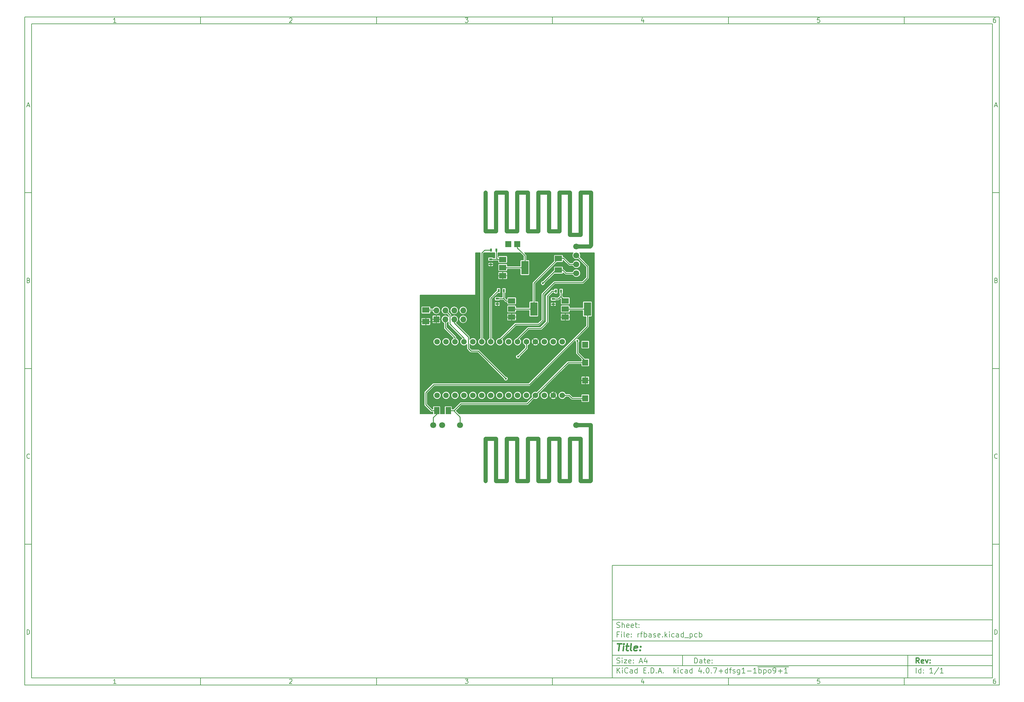
<source format=gbr>
G04 #@! TF.FileFunction,Copper,L1,Top,Signal*
%FSLAX46Y46*%
G04 Gerber Fmt 4.6, Leading zero omitted, Abs format (unit mm)*
G04 Created by KiCad (PCBNEW 4.0.7+dfsg1-1~bpo9+1) date Fri Jan  5 13:38:06 2018*
%MOMM*%
%LPD*%
G01*
G04 APERTURE LIST*
%ADD10C,0.100000*%
%ADD11C,0.150000*%
%ADD12C,0.300000*%
%ADD13C,0.400000*%
%ADD14C,1.574800*%
%ADD15R,2.032000X1.524000*%
%ADD16R,1.524000X2.032000*%
%ADD17R,1.700000X1.700000*%
%ADD18O,1.700000X1.700000*%
%ADD19C,1.700000*%
%ADD20R,2.000000X3.800000*%
%ADD21R,2.000000X1.500000*%
%ADD22R,0.500000X0.900000*%
%ADD23R,0.900000X0.500000*%
%ADD24C,0.600000*%
%ADD25C,0.250000*%
%ADD26C,1.200000*%
%ADD27C,0.200000*%
G04 APERTURE END LIST*
D10*
D11*
X177002200Y-166007200D02*
X177002200Y-198007200D01*
X285002200Y-198007200D01*
X285002200Y-166007200D01*
X177002200Y-166007200D01*
D10*
D11*
X10000000Y-10000000D02*
X10000000Y-200007200D01*
X287002200Y-200007200D01*
X287002200Y-10000000D01*
X10000000Y-10000000D01*
D10*
D11*
X12000000Y-12000000D02*
X12000000Y-198007200D01*
X285002200Y-198007200D01*
X285002200Y-12000000D01*
X12000000Y-12000000D01*
D10*
D11*
X60000000Y-12000000D02*
X60000000Y-10000000D01*
D10*
D11*
X110000000Y-12000000D02*
X110000000Y-10000000D01*
D10*
D11*
X160000000Y-12000000D02*
X160000000Y-10000000D01*
D10*
D11*
X210000000Y-12000000D02*
X210000000Y-10000000D01*
D10*
D11*
X260000000Y-12000000D02*
X260000000Y-10000000D01*
D10*
D11*
X35990476Y-11588095D02*
X35247619Y-11588095D01*
X35619048Y-11588095D02*
X35619048Y-10288095D01*
X35495238Y-10473810D01*
X35371429Y-10597619D01*
X35247619Y-10659524D01*
D10*
D11*
X85247619Y-10411905D02*
X85309524Y-10350000D01*
X85433333Y-10288095D01*
X85742857Y-10288095D01*
X85866667Y-10350000D01*
X85928571Y-10411905D01*
X85990476Y-10535714D01*
X85990476Y-10659524D01*
X85928571Y-10845238D01*
X85185714Y-11588095D01*
X85990476Y-11588095D01*
D10*
D11*
X135185714Y-10288095D02*
X135990476Y-10288095D01*
X135557143Y-10783333D01*
X135742857Y-10783333D01*
X135866667Y-10845238D01*
X135928571Y-10907143D01*
X135990476Y-11030952D01*
X135990476Y-11340476D01*
X135928571Y-11464286D01*
X135866667Y-11526190D01*
X135742857Y-11588095D01*
X135371429Y-11588095D01*
X135247619Y-11526190D01*
X135185714Y-11464286D01*
D10*
D11*
X185866667Y-10721429D02*
X185866667Y-11588095D01*
X185557143Y-10226190D02*
X185247619Y-11154762D01*
X186052381Y-11154762D01*
D10*
D11*
X235928571Y-10288095D02*
X235309524Y-10288095D01*
X235247619Y-10907143D01*
X235309524Y-10845238D01*
X235433333Y-10783333D01*
X235742857Y-10783333D01*
X235866667Y-10845238D01*
X235928571Y-10907143D01*
X235990476Y-11030952D01*
X235990476Y-11340476D01*
X235928571Y-11464286D01*
X235866667Y-11526190D01*
X235742857Y-11588095D01*
X235433333Y-11588095D01*
X235309524Y-11526190D01*
X235247619Y-11464286D01*
D10*
D11*
X285866667Y-10288095D02*
X285619048Y-10288095D01*
X285495238Y-10350000D01*
X285433333Y-10411905D01*
X285309524Y-10597619D01*
X285247619Y-10845238D01*
X285247619Y-11340476D01*
X285309524Y-11464286D01*
X285371429Y-11526190D01*
X285495238Y-11588095D01*
X285742857Y-11588095D01*
X285866667Y-11526190D01*
X285928571Y-11464286D01*
X285990476Y-11340476D01*
X285990476Y-11030952D01*
X285928571Y-10907143D01*
X285866667Y-10845238D01*
X285742857Y-10783333D01*
X285495238Y-10783333D01*
X285371429Y-10845238D01*
X285309524Y-10907143D01*
X285247619Y-11030952D01*
D10*
D11*
X60000000Y-198007200D02*
X60000000Y-200007200D01*
D10*
D11*
X110000000Y-198007200D02*
X110000000Y-200007200D01*
D10*
D11*
X160000000Y-198007200D02*
X160000000Y-200007200D01*
D10*
D11*
X210000000Y-198007200D02*
X210000000Y-200007200D01*
D10*
D11*
X260000000Y-198007200D02*
X260000000Y-200007200D01*
D10*
D11*
X35990476Y-199595295D02*
X35247619Y-199595295D01*
X35619048Y-199595295D02*
X35619048Y-198295295D01*
X35495238Y-198481010D01*
X35371429Y-198604819D01*
X35247619Y-198666724D01*
D10*
D11*
X85247619Y-198419105D02*
X85309524Y-198357200D01*
X85433333Y-198295295D01*
X85742857Y-198295295D01*
X85866667Y-198357200D01*
X85928571Y-198419105D01*
X85990476Y-198542914D01*
X85990476Y-198666724D01*
X85928571Y-198852438D01*
X85185714Y-199595295D01*
X85990476Y-199595295D01*
D10*
D11*
X135185714Y-198295295D02*
X135990476Y-198295295D01*
X135557143Y-198790533D01*
X135742857Y-198790533D01*
X135866667Y-198852438D01*
X135928571Y-198914343D01*
X135990476Y-199038152D01*
X135990476Y-199347676D01*
X135928571Y-199471486D01*
X135866667Y-199533390D01*
X135742857Y-199595295D01*
X135371429Y-199595295D01*
X135247619Y-199533390D01*
X135185714Y-199471486D01*
D10*
D11*
X185866667Y-198728629D02*
X185866667Y-199595295D01*
X185557143Y-198233390D02*
X185247619Y-199161962D01*
X186052381Y-199161962D01*
D10*
D11*
X235928571Y-198295295D02*
X235309524Y-198295295D01*
X235247619Y-198914343D01*
X235309524Y-198852438D01*
X235433333Y-198790533D01*
X235742857Y-198790533D01*
X235866667Y-198852438D01*
X235928571Y-198914343D01*
X235990476Y-199038152D01*
X235990476Y-199347676D01*
X235928571Y-199471486D01*
X235866667Y-199533390D01*
X235742857Y-199595295D01*
X235433333Y-199595295D01*
X235309524Y-199533390D01*
X235247619Y-199471486D01*
D10*
D11*
X285866667Y-198295295D02*
X285619048Y-198295295D01*
X285495238Y-198357200D01*
X285433333Y-198419105D01*
X285309524Y-198604819D01*
X285247619Y-198852438D01*
X285247619Y-199347676D01*
X285309524Y-199471486D01*
X285371429Y-199533390D01*
X285495238Y-199595295D01*
X285742857Y-199595295D01*
X285866667Y-199533390D01*
X285928571Y-199471486D01*
X285990476Y-199347676D01*
X285990476Y-199038152D01*
X285928571Y-198914343D01*
X285866667Y-198852438D01*
X285742857Y-198790533D01*
X285495238Y-198790533D01*
X285371429Y-198852438D01*
X285309524Y-198914343D01*
X285247619Y-199038152D01*
D10*
D11*
X10000000Y-60000000D02*
X12000000Y-60000000D01*
D10*
D11*
X10000000Y-110000000D02*
X12000000Y-110000000D01*
D10*
D11*
X10000000Y-160000000D02*
X12000000Y-160000000D01*
D10*
D11*
X10690476Y-35216667D02*
X11309524Y-35216667D01*
X10566667Y-35588095D02*
X11000000Y-34288095D01*
X11433333Y-35588095D01*
D10*
D11*
X11092857Y-84907143D02*
X11278571Y-84969048D01*
X11340476Y-85030952D01*
X11402381Y-85154762D01*
X11402381Y-85340476D01*
X11340476Y-85464286D01*
X11278571Y-85526190D01*
X11154762Y-85588095D01*
X10659524Y-85588095D01*
X10659524Y-84288095D01*
X11092857Y-84288095D01*
X11216667Y-84350000D01*
X11278571Y-84411905D01*
X11340476Y-84535714D01*
X11340476Y-84659524D01*
X11278571Y-84783333D01*
X11216667Y-84845238D01*
X11092857Y-84907143D01*
X10659524Y-84907143D01*
D10*
D11*
X11402381Y-135464286D02*
X11340476Y-135526190D01*
X11154762Y-135588095D01*
X11030952Y-135588095D01*
X10845238Y-135526190D01*
X10721429Y-135402381D01*
X10659524Y-135278571D01*
X10597619Y-135030952D01*
X10597619Y-134845238D01*
X10659524Y-134597619D01*
X10721429Y-134473810D01*
X10845238Y-134350000D01*
X11030952Y-134288095D01*
X11154762Y-134288095D01*
X11340476Y-134350000D01*
X11402381Y-134411905D01*
D10*
D11*
X10659524Y-185588095D02*
X10659524Y-184288095D01*
X10969048Y-184288095D01*
X11154762Y-184350000D01*
X11278571Y-184473810D01*
X11340476Y-184597619D01*
X11402381Y-184845238D01*
X11402381Y-185030952D01*
X11340476Y-185278571D01*
X11278571Y-185402381D01*
X11154762Y-185526190D01*
X10969048Y-185588095D01*
X10659524Y-185588095D01*
D10*
D11*
X287002200Y-60000000D02*
X285002200Y-60000000D01*
D10*
D11*
X287002200Y-110000000D02*
X285002200Y-110000000D01*
D10*
D11*
X287002200Y-160000000D02*
X285002200Y-160000000D01*
D10*
D11*
X285692676Y-35216667D02*
X286311724Y-35216667D01*
X285568867Y-35588095D02*
X286002200Y-34288095D01*
X286435533Y-35588095D01*
D10*
D11*
X286095057Y-84907143D02*
X286280771Y-84969048D01*
X286342676Y-85030952D01*
X286404581Y-85154762D01*
X286404581Y-85340476D01*
X286342676Y-85464286D01*
X286280771Y-85526190D01*
X286156962Y-85588095D01*
X285661724Y-85588095D01*
X285661724Y-84288095D01*
X286095057Y-84288095D01*
X286218867Y-84350000D01*
X286280771Y-84411905D01*
X286342676Y-84535714D01*
X286342676Y-84659524D01*
X286280771Y-84783333D01*
X286218867Y-84845238D01*
X286095057Y-84907143D01*
X285661724Y-84907143D01*
D10*
D11*
X286404581Y-135464286D02*
X286342676Y-135526190D01*
X286156962Y-135588095D01*
X286033152Y-135588095D01*
X285847438Y-135526190D01*
X285723629Y-135402381D01*
X285661724Y-135278571D01*
X285599819Y-135030952D01*
X285599819Y-134845238D01*
X285661724Y-134597619D01*
X285723629Y-134473810D01*
X285847438Y-134350000D01*
X286033152Y-134288095D01*
X286156962Y-134288095D01*
X286342676Y-134350000D01*
X286404581Y-134411905D01*
D10*
D11*
X285661724Y-185588095D02*
X285661724Y-184288095D01*
X285971248Y-184288095D01*
X286156962Y-184350000D01*
X286280771Y-184473810D01*
X286342676Y-184597619D01*
X286404581Y-184845238D01*
X286404581Y-185030952D01*
X286342676Y-185278571D01*
X286280771Y-185402381D01*
X286156962Y-185526190D01*
X285971248Y-185588095D01*
X285661724Y-185588095D01*
D10*
D11*
X200359343Y-193785771D02*
X200359343Y-192285771D01*
X200716486Y-192285771D01*
X200930771Y-192357200D01*
X201073629Y-192500057D01*
X201145057Y-192642914D01*
X201216486Y-192928629D01*
X201216486Y-193142914D01*
X201145057Y-193428629D01*
X201073629Y-193571486D01*
X200930771Y-193714343D01*
X200716486Y-193785771D01*
X200359343Y-193785771D01*
X202502200Y-193785771D02*
X202502200Y-193000057D01*
X202430771Y-192857200D01*
X202287914Y-192785771D01*
X202002200Y-192785771D01*
X201859343Y-192857200D01*
X202502200Y-193714343D02*
X202359343Y-193785771D01*
X202002200Y-193785771D01*
X201859343Y-193714343D01*
X201787914Y-193571486D01*
X201787914Y-193428629D01*
X201859343Y-193285771D01*
X202002200Y-193214343D01*
X202359343Y-193214343D01*
X202502200Y-193142914D01*
X203002200Y-192785771D02*
X203573629Y-192785771D01*
X203216486Y-192285771D02*
X203216486Y-193571486D01*
X203287914Y-193714343D01*
X203430772Y-193785771D01*
X203573629Y-193785771D01*
X204645057Y-193714343D02*
X204502200Y-193785771D01*
X204216486Y-193785771D01*
X204073629Y-193714343D01*
X204002200Y-193571486D01*
X204002200Y-193000057D01*
X204073629Y-192857200D01*
X204216486Y-192785771D01*
X204502200Y-192785771D01*
X204645057Y-192857200D01*
X204716486Y-193000057D01*
X204716486Y-193142914D01*
X204002200Y-193285771D01*
X205359343Y-193642914D02*
X205430771Y-193714343D01*
X205359343Y-193785771D01*
X205287914Y-193714343D01*
X205359343Y-193642914D01*
X205359343Y-193785771D01*
X205359343Y-192857200D02*
X205430771Y-192928629D01*
X205359343Y-193000057D01*
X205287914Y-192928629D01*
X205359343Y-192857200D01*
X205359343Y-193000057D01*
D10*
D11*
X177002200Y-194507200D02*
X285002200Y-194507200D01*
D10*
D11*
X178359343Y-196585771D02*
X178359343Y-195085771D01*
X179216486Y-196585771D02*
X178573629Y-195728629D01*
X179216486Y-195085771D02*
X178359343Y-195942914D01*
X179859343Y-196585771D02*
X179859343Y-195585771D01*
X179859343Y-195085771D02*
X179787914Y-195157200D01*
X179859343Y-195228629D01*
X179930771Y-195157200D01*
X179859343Y-195085771D01*
X179859343Y-195228629D01*
X181430772Y-196442914D02*
X181359343Y-196514343D01*
X181145057Y-196585771D01*
X181002200Y-196585771D01*
X180787915Y-196514343D01*
X180645057Y-196371486D01*
X180573629Y-196228629D01*
X180502200Y-195942914D01*
X180502200Y-195728629D01*
X180573629Y-195442914D01*
X180645057Y-195300057D01*
X180787915Y-195157200D01*
X181002200Y-195085771D01*
X181145057Y-195085771D01*
X181359343Y-195157200D01*
X181430772Y-195228629D01*
X182716486Y-196585771D02*
X182716486Y-195800057D01*
X182645057Y-195657200D01*
X182502200Y-195585771D01*
X182216486Y-195585771D01*
X182073629Y-195657200D01*
X182716486Y-196514343D02*
X182573629Y-196585771D01*
X182216486Y-196585771D01*
X182073629Y-196514343D01*
X182002200Y-196371486D01*
X182002200Y-196228629D01*
X182073629Y-196085771D01*
X182216486Y-196014343D01*
X182573629Y-196014343D01*
X182716486Y-195942914D01*
X184073629Y-196585771D02*
X184073629Y-195085771D01*
X184073629Y-196514343D02*
X183930772Y-196585771D01*
X183645058Y-196585771D01*
X183502200Y-196514343D01*
X183430772Y-196442914D01*
X183359343Y-196300057D01*
X183359343Y-195871486D01*
X183430772Y-195728629D01*
X183502200Y-195657200D01*
X183645058Y-195585771D01*
X183930772Y-195585771D01*
X184073629Y-195657200D01*
X185930772Y-195800057D02*
X186430772Y-195800057D01*
X186645058Y-196585771D02*
X185930772Y-196585771D01*
X185930772Y-195085771D01*
X186645058Y-195085771D01*
X187287915Y-196442914D02*
X187359343Y-196514343D01*
X187287915Y-196585771D01*
X187216486Y-196514343D01*
X187287915Y-196442914D01*
X187287915Y-196585771D01*
X188002201Y-196585771D02*
X188002201Y-195085771D01*
X188359344Y-195085771D01*
X188573629Y-195157200D01*
X188716487Y-195300057D01*
X188787915Y-195442914D01*
X188859344Y-195728629D01*
X188859344Y-195942914D01*
X188787915Y-196228629D01*
X188716487Y-196371486D01*
X188573629Y-196514343D01*
X188359344Y-196585771D01*
X188002201Y-196585771D01*
X189502201Y-196442914D02*
X189573629Y-196514343D01*
X189502201Y-196585771D01*
X189430772Y-196514343D01*
X189502201Y-196442914D01*
X189502201Y-196585771D01*
X190145058Y-196157200D02*
X190859344Y-196157200D01*
X190002201Y-196585771D02*
X190502201Y-195085771D01*
X191002201Y-196585771D01*
X191502201Y-196442914D02*
X191573629Y-196514343D01*
X191502201Y-196585771D01*
X191430772Y-196514343D01*
X191502201Y-196442914D01*
X191502201Y-196585771D01*
X194502201Y-196585771D02*
X194502201Y-195085771D01*
X194645058Y-196014343D02*
X195073629Y-196585771D01*
X195073629Y-195585771D02*
X194502201Y-196157200D01*
X195716487Y-196585771D02*
X195716487Y-195585771D01*
X195716487Y-195085771D02*
X195645058Y-195157200D01*
X195716487Y-195228629D01*
X195787915Y-195157200D01*
X195716487Y-195085771D01*
X195716487Y-195228629D01*
X197073630Y-196514343D02*
X196930773Y-196585771D01*
X196645059Y-196585771D01*
X196502201Y-196514343D01*
X196430773Y-196442914D01*
X196359344Y-196300057D01*
X196359344Y-195871486D01*
X196430773Y-195728629D01*
X196502201Y-195657200D01*
X196645059Y-195585771D01*
X196930773Y-195585771D01*
X197073630Y-195657200D01*
X198359344Y-196585771D02*
X198359344Y-195800057D01*
X198287915Y-195657200D01*
X198145058Y-195585771D01*
X197859344Y-195585771D01*
X197716487Y-195657200D01*
X198359344Y-196514343D02*
X198216487Y-196585771D01*
X197859344Y-196585771D01*
X197716487Y-196514343D01*
X197645058Y-196371486D01*
X197645058Y-196228629D01*
X197716487Y-196085771D01*
X197859344Y-196014343D01*
X198216487Y-196014343D01*
X198359344Y-195942914D01*
X199716487Y-196585771D02*
X199716487Y-195085771D01*
X199716487Y-196514343D02*
X199573630Y-196585771D01*
X199287916Y-196585771D01*
X199145058Y-196514343D01*
X199073630Y-196442914D01*
X199002201Y-196300057D01*
X199002201Y-195871486D01*
X199073630Y-195728629D01*
X199145058Y-195657200D01*
X199287916Y-195585771D01*
X199573630Y-195585771D01*
X199716487Y-195657200D01*
X202216487Y-195585771D02*
X202216487Y-196585771D01*
X201859344Y-195014343D02*
X201502201Y-196085771D01*
X202430773Y-196085771D01*
X203002201Y-196442914D02*
X203073629Y-196514343D01*
X203002201Y-196585771D01*
X202930772Y-196514343D01*
X203002201Y-196442914D01*
X203002201Y-196585771D01*
X204002201Y-195085771D02*
X204145058Y-195085771D01*
X204287915Y-195157200D01*
X204359344Y-195228629D01*
X204430773Y-195371486D01*
X204502201Y-195657200D01*
X204502201Y-196014343D01*
X204430773Y-196300057D01*
X204359344Y-196442914D01*
X204287915Y-196514343D01*
X204145058Y-196585771D01*
X204002201Y-196585771D01*
X203859344Y-196514343D01*
X203787915Y-196442914D01*
X203716487Y-196300057D01*
X203645058Y-196014343D01*
X203645058Y-195657200D01*
X203716487Y-195371486D01*
X203787915Y-195228629D01*
X203859344Y-195157200D01*
X204002201Y-195085771D01*
X205145058Y-196442914D02*
X205216486Y-196514343D01*
X205145058Y-196585771D01*
X205073629Y-196514343D01*
X205145058Y-196442914D01*
X205145058Y-196585771D01*
X205716487Y-195085771D02*
X206716487Y-195085771D01*
X206073630Y-196585771D01*
X207287915Y-196014343D02*
X208430772Y-196014343D01*
X207859343Y-196585771D02*
X207859343Y-195442914D01*
X209787915Y-196585771D02*
X209787915Y-195085771D01*
X209787915Y-196514343D02*
X209645058Y-196585771D01*
X209359344Y-196585771D01*
X209216486Y-196514343D01*
X209145058Y-196442914D01*
X209073629Y-196300057D01*
X209073629Y-195871486D01*
X209145058Y-195728629D01*
X209216486Y-195657200D01*
X209359344Y-195585771D01*
X209645058Y-195585771D01*
X209787915Y-195657200D01*
X210287915Y-195585771D02*
X210859344Y-195585771D01*
X210502201Y-196585771D02*
X210502201Y-195300057D01*
X210573629Y-195157200D01*
X210716487Y-195085771D01*
X210859344Y-195085771D01*
X211287915Y-196514343D02*
X211430772Y-196585771D01*
X211716487Y-196585771D01*
X211859344Y-196514343D01*
X211930772Y-196371486D01*
X211930772Y-196300057D01*
X211859344Y-196157200D01*
X211716487Y-196085771D01*
X211502201Y-196085771D01*
X211359344Y-196014343D01*
X211287915Y-195871486D01*
X211287915Y-195800057D01*
X211359344Y-195657200D01*
X211502201Y-195585771D01*
X211716487Y-195585771D01*
X211859344Y-195657200D01*
X213216487Y-195585771D02*
X213216487Y-196800057D01*
X213145058Y-196942914D01*
X213073630Y-197014343D01*
X212930773Y-197085771D01*
X212716487Y-197085771D01*
X212573630Y-197014343D01*
X213216487Y-196514343D02*
X213073630Y-196585771D01*
X212787916Y-196585771D01*
X212645058Y-196514343D01*
X212573630Y-196442914D01*
X212502201Y-196300057D01*
X212502201Y-195871486D01*
X212573630Y-195728629D01*
X212645058Y-195657200D01*
X212787916Y-195585771D01*
X213073630Y-195585771D01*
X213216487Y-195657200D01*
X214716487Y-196585771D02*
X213859344Y-196585771D01*
X214287916Y-196585771D02*
X214287916Y-195085771D01*
X214145059Y-195300057D01*
X214002201Y-195442914D01*
X213859344Y-195514343D01*
X215359344Y-196014343D02*
X216502201Y-196014343D01*
X218002201Y-196585771D02*
X217145058Y-196585771D01*
X217573630Y-196585771D02*
X217573630Y-195085771D01*
X217430773Y-195300057D01*
X217287915Y-195442914D01*
X217145058Y-195514343D01*
X218645058Y-196585771D02*
X218645058Y-195085771D01*
X218645058Y-195657200D02*
X218787915Y-195585771D01*
X219073629Y-195585771D01*
X219216486Y-195657200D01*
X219287915Y-195728629D01*
X219359344Y-195871486D01*
X219359344Y-196300057D01*
X219287915Y-196442914D01*
X219216486Y-196514343D01*
X219073629Y-196585771D01*
X218787915Y-196585771D01*
X218645058Y-196514343D01*
X220002201Y-195585771D02*
X220002201Y-197085771D01*
X220002201Y-195657200D02*
X220145058Y-195585771D01*
X220430772Y-195585771D01*
X220573629Y-195657200D01*
X220645058Y-195728629D01*
X220716487Y-195871486D01*
X220716487Y-196300057D01*
X220645058Y-196442914D01*
X220573629Y-196514343D01*
X220430772Y-196585771D01*
X220145058Y-196585771D01*
X220002201Y-196514343D01*
X221573630Y-196585771D02*
X221430772Y-196514343D01*
X221359344Y-196442914D01*
X221287915Y-196300057D01*
X221287915Y-195871486D01*
X221359344Y-195728629D01*
X221430772Y-195657200D01*
X221573630Y-195585771D01*
X221787915Y-195585771D01*
X221930772Y-195657200D01*
X222002201Y-195728629D01*
X222073630Y-195871486D01*
X222073630Y-196300057D01*
X222002201Y-196442914D01*
X221930772Y-196514343D01*
X221787915Y-196585771D01*
X221573630Y-196585771D01*
X222787915Y-196585771D02*
X223073630Y-196585771D01*
X223216487Y-196514343D01*
X223287915Y-196442914D01*
X223430773Y-196228629D01*
X223502201Y-195942914D01*
X223502201Y-195371486D01*
X223430773Y-195228629D01*
X223359344Y-195157200D01*
X223216487Y-195085771D01*
X222930773Y-195085771D01*
X222787915Y-195157200D01*
X222716487Y-195228629D01*
X222645058Y-195371486D01*
X222645058Y-195728629D01*
X222716487Y-195871486D01*
X222787915Y-195942914D01*
X222930773Y-196014343D01*
X223216487Y-196014343D01*
X223359344Y-195942914D01*
X223430773Y-195871486D01*
X223502201Y-195728629D01*
X224145058Y-196014343D02*
X225287915Y-196014343D01*
X224716486Y-196585771D02*
X224716486Y-195442914D01*
X226787915Y-196585771D02*
X225930772Y-196585771D01*
X226359344Y-196585771D02*
X226359344Y-195085771D01*
X226216487Y-195300057D01*
X226073629Y-195442914D01*
X225930772Y-195514343D01*
X218287915Y-194827200D02*
X227073629Y-194827200D01*
D10*
D11*
X177002200Y-191507200D02*
X285002200Y-191507200D01*
D10*
D12*
X264216486Y-193785771D02*
X263716486Y-193071486D01*
X263359343Y-193785771D02*
X263359343Y-192285771D01*
X263930771Y-192285771D01*
X264073629Y-192357200D01*
X264145057Y-192428629D01*
X264216486Y-192571486D01*
X264216486Y-192785771D01*
X264145057Y-192928629D01*
X264073629Y-193000057D01*
X263930771Y-193071486D01*
X263359343Y-193071486D01*
X265430771Y-193714343D02*
X265287914Y-193785771D01*
X265002200Y-193785771D01*
X264859343Y-193714343D01*
X264787914Y-193571486D01*
X264787914Y-193000057D01*
X264859343Y-192857200D01*
X265002200Y-192785771D01*
X265287914Y-192785771D01*
X265430771Y-192857200D01*
X265502200Y-193000057D01*
X265502200Y-193142914D01*
X264787914Y-193285771D01*
X266002200Y-192785771D02*
X266359343Y-193785771D01*
X266716485Y-192785771D01*
X267287914Y-193642914D02*
X267359342Y-193714343D01*
X267287914Y-193785771D01*
X267216485Y-193714343D01*
X267287914Y-193642914D01*
X267287914Y-193785771D01*
X267287914Y-192857200D02*
X267359342Y-192928629D01*
X267287914Y-193000057D01*
X267216485Y-192928629D01*
X267287914Y-192857200D01*
X267287914Y-193000057D01*
D10*
D11*
X178287914Y-193714343D02*
X178502200Y-193785771D01*
X178859343Y-193785771D01*
X179002200Y-193714343D01*
X179073629Y-193642914D01*
X179145057Y-193500057D01*
X179145057Y-193357200D01*
X179073629Y-193214343D01*
X179002200Y-193142914D01*
X178859343Y-193071486D01*
X178573629Y-193000057D01*
X178430771Y-192928629D01*
X178359343Y-192857200D01*
X178287914Y-192714343D01*
X178287914Y-192571486D01*
X178359343Y-192428629D01*
X178430771Y-192357200D01*
X178573629Y-192285771D01*
X178930771Y-192285771D01*
X179145057Y-192357200D01*
X179787914Y-193785771D02*
X179787914Y-192785771D01*
X179787914Y-192285771D02*
X179716485Y-192357200D01*
X179787914Y-192428629D01*
X179859342Y-192357200D01*
X179787914Y-192285771D01*
X179787914Y-192428629D01*
X180359343Y-192785771D02*
X181145057Y-192785771D01*
X180359343Y-193785771D01*
X181145057Y-193785771D01*
X182287914Y-193714343D02*
X182145057Y-193785771D01*
X181859343Y-193785771D01*
X181716486Y-193714343D01*
X181645057Y-193571486D01*
X181645057Y-193000057D01*
X181716486Y-192857200D01*
X181859343Y-192785771D01*
X182145057Y-192785771D01*
X182287914Y-192857200D01*
X182359343Y-193000057D01*
X182359343Y-193142914D01*
X181645057Y-193285771D01*
X183002200Y-193642914D02*
X183073628Y-193714343D01*
X183002200Y-193785771D01*
X182930771Y-193714343D01*
X183002200Y-193642914D01*
X183002200Y-193785771D01*
X183002200Y-192857200D02*
X183073628Y-192928629D01*
X183002200Y-193000057D01*
X182930771Y-192928629D01*
X183002200Y-192857200D01*
X183002200Y-193000057D01*
X184787914Y-193357200D02*
X185502200Y-193357200D01*
X184645057Y-193785771D02*
X185145057Y-192285771D01*
X185645057Y-193785771D01*
X186787914Y-192785771D02*
X186787914Y-193785771D01*
X186430771Y-192214343D02*
X186073628Y-193285771D01*
X187002200Y-193285771D01*
D10*
D11*
X263359343Y-196585771D02*
X263359343Y-195085771D01*
X264716486Y-196585771D02*
X264716486Y-195085771D01*
X264716486Y-196514343D02*
X264573629Y-196585771D01*
X264287915Y-196585771D01*
X264145057Y-196514343D01*
X264073629Y-196442914D01*
X264002200Y-196300057D01*
X264002200Y-195871486D01*
X264073629Y-195728629D01*
X264145057Y-195657200D01*
X264287915Y-195585771D01*
X264573629Y-195585771D01*
X264716486Y-195657200D01*
X265430772Y-196442914D02*
X265502200Y-196514343D01*
X265430772Y-196585771D01*
X265359343Y-196514343D01*
X265430772Y-196442914D01*
X265430772Y-196585771D01*
X265430772Y-195657200D02*
X265502200Y-195728629D01*
X265430772Y-195800057D01*
X265359343Y-195728629D01*
X265430772Y-195657200D01*
X265430772Y-195800057D01*
X268073629Y-196585771D02*
X267216486Y-196585771D01*
X267645058Y-196585771D02*
X267645058Y-195085771D01*
X267502201Y-195300057D01*
X267359343Y-195442914D01*
X267216486Y-195514343D01*
X269787914Y-195014343D02*
X268502200Y-196942914D01*
X271073629Y-196585771D02*
X270216486Y-196585771D01*
X270645058Y-196585771D02*
X270645058Y-195085771D01*
X270502201Y-195300057D01*
X270359343Y-195442914D01*
X270216486Y-195514343D01*
D10*
D11*
X177002200Y-187507200D02*
X285002200Y-187507200D01*
D10*
D13*
X178454581Y-188211962D02*
X179597438Y-188211962D01*
X178776010Y-190211962D02*
X179026010Y-188211962D01*
X180014105Y-190211962D02*
X180180771Y-188878629D01*
X180264105Y-188211962D02*
X180156962Y-188307200D01*
X180240295Y-188402438D01*
X180347439Y-188307200D01*
X180264105Y-188211962D01*
X180240295Y-188402438D01*
X180847438Y-188878629D02*
X181609343Y-188878629D01*
X181216486Y-188211962D02*
X181002200Y-189926248D01*
X181073630Y-190116724D01*
X181252201Y-190211962D01*
X181442677Y-190211962D01*
X182395058Y-190211962D02*
X182216487Y-190116724D01*
X182145057Y-189926248D01*
X182359343Y-188211962D01*
X183930772Y-190116724D02*
X183728391Y-190211962D01*
X183347439Y-190211962D01*
X183168867Y-190116724D01*
X183097438Y-189926248D01*
X183192676Y-189164343D01*
X183311724Y-188973867D01*
X183514105Y-188878629D01*
X183895057Y-188878629D01*
X184073629Y-188973867D01*
X184145057Y-189164343D01*
X184121248Y-189354819D01*
X183145057Y-189545295D01*
X184895057Y-190021486D02*
X184978392Y-190116724D01*
X184871248Y-190211962D01*
X184787915Y-190116724D01*
X184895057Y-190021486D01*
X184871248Y-190211962D01*
X185026010Y-188973867D02*
X185109344Y-189069105D01*
X185002200Y-189164343D01*
X184918867Y-189069105D01*
X185026010Y-188973867D01*
X185002200Y-189164343D01*
D10*
D11*
X178859343Y-185600057D02*
X178359343Y-185600057D01*
X178359343Y-186385771D02*
X178359343Y-184885771D01*
X179073629Y-184885771D01*
X179645057Y-186385771D02*
X179645057Y-185385771D01*
X179645057Y-184885771D02*
X179573628Y-184957200D01*
X179645057Y-185028629D01*
X179716485Y-184957200D01*
X179645057Y-184885771D01*
X179645057Y-185028629D01*
X180573629Y-186385771D02*
X180430771Y-186314343D01*
X180359343Y-186171486D01*
X180359343Y-184885771D01*
X181716485Y-186314343D02*
X181573628Y-186385771D01*
X181287914Y-186385771D01*
X181145057Y-186314343D01*
X181073628Y-186171486D01*
X181073628Y-185600057D01*
X181145057Y-185457200D01*
X181287914Y-185385771D01*
X181573628Y-185385771D01*
X181716485Y-185457200D01*
X181787914Y-185600057D01*
X181787914Y-185742914D01*
X181073628Y-185885771D01*
X182430771Y-186242914D02*
X182502199Y-186314343D01*
X182430771Y-186385771D01*
X182359342Y-186314343D01*
X182430771Y-186242914D01*
X182430771Y-186385771D01*
X182430771Y-185457200D02*
X182502199Y-185528629D01*
X182430771Y-185600057D01*
X182359342Y-185528629D01*
X182430771Y-185457200D01*
X182430771Y-185600057D01*
X184287914Y-186385771D02*
X184287914Y-185385771D01*
X184287914Y-185671486D02*
X184359342Y-185528629D01*
X184430771Y-185457200D01*
X184573628Y-185385771D01*
X184716485Y-185385771D01*
X185002199Y-185385771D02*
X185573628Y-185385771D01*
X185216485Y-186385771D02*
X185216485Y-185100057D01*
X185287913Y-184957200D01*
X185430771Y-184885771D01*
X185573628Y-184885771D01*
X186073628Y-186385771D02*
X186073628Y-184885771D01*
X186073628Y-185457200D02*
X186216485Y-185385771D01*
X186502199Y-185385771D01*
X186645056Y-185457200D01*
X186716485Y-185528629D01*
X186787914Y-185671486D01*
X186787914Y-186100057D01*
X186716485Y-186242914D01*
X186645056Y-186314343D01*
X186502199Y-186385771D01*
X186216485Y-186385771D01*
X186073628Y-186314343D01*
X188073628Y-186385771D02*
X188073628Y-185600057D01*
X188002199Y-185457200D01*
X187859342Y-185385771D01*
X187573628Y-185385771D01*
X187430771Y-185457200D01*
X188073628Y-186314343D02*
X187930771Y-186385771D01*
X187573628Y-186385771D01*
X187430771Y-186314343D01*
X187359342Y-186171486D01*
X187359342Y-186028629D01*
X187430771Y-185885771D01*
X187573628Y-185814343D01*
X187930771Y-185814343D01*
X188073628Y-185742914D01*
X188716485Y-186314343D02*
X188859342Y-186385771D01*
X189145057Y-186385771D01*
X189287914Y-186314343D01*
X189359342Y-186171486D01*
X189359342Y-186100057D01*
X189287914Y-185957200D01*
X189145057Y-185885771D01*
X188930771Y-185885771D01*
X188787914Y-185814343D01*
X188716485Y-185671486D01*
X188716485Y-185600057D01*
X188787914Y-185457200D01*
X188930771Y-185385771D01*
X189145057Y-185385771D01*
X189287914Y-185457200D01*
X190573628Y-186314343D02*
X190430771Y-186385771D01*
X190145057Y-186385771D01*
X190002200Y-186314343D01*
X189930771Y-186171486D01*
X189930771Y-185600057D01*
X190002200Y-185457200D01*
X190145057Y-185385771D01*
X190430771Y-185385771D01*
X190573628Y-185457200D01*
X190645057Y-185600057D01*
X190645057Y-185742914D01*
X189930771Y-185885771D01*
X191287914Y-186242914D02*
X191359342Y-186314343D01*
X191287914Y-186385771D01*
X191216485Y-186314343D01*
X191287914Y-186242914D01*
X191287914Y-186385771D01*
X192002200Y-186385771D02*
X192002200Y-184885771D01*
X192145057Y-185814343D02*
X192573628Y-186385771D01*
X192573628Y-185385771D02*
X192002200Y-185957200D01*
X193216486Y-186385771D02*
X193216486Y-185385771D01*
X193216486Y-184885771D02*
X193145057Y-184957200D01*
X193216486Y-185028629D01*
X193287914Y-184957200D01*
X193216486Y-184885771D01*
X193216486Y-185028629D01*
X194573629Y-186314343D02*
X194430772Y-186385771D01*
X194145058Y-186385771D01*
X194002200Y-186314343D01*
X193930772Y-186242914D01*
X193859343Y-186100057D01*
X193859343Y-185671486D01*
X193930772Y-185528629D01*
X194002200Y-185457200D01*
X194145058Y-185385771D01*
X194430772Y-185385771D01*
X194573629Y-185457200D01*
X195859343Y-186385771D02*
X195859343Y-185600057D01*
X195787914Y-185457200D01*
X195645057Y-185385771D01*
X195359343Y-185385771D01*
X195216486Y-185457200D01*
X195859343Y-186314343D02*
X195716486Y-186385771D01*
X195359343Y-186385771D01*
X195216486Y-186314343D01*
X195145057Y-186171486D01*
X195145057Y-186028629D01*
X195216486Y-185885771D01*
X195359343Y-185814343D01*
X195716486Y-185814343D01*
X195859343Y-185742914D01*
X197216486Y-186385771D02*
X197216486Y-184885771D01*
X197216486Y-186314343D02*
X197073629Y-186385771D01*
X196787915Y-186385771D01*
X196645057Y-186314343D01*
X196573629Y-186242914D01*
X196502200Y-186100057D01*
X196502200Y-185671486D01*
X196573629Y-185528629D01*
X196645057Y-185457200D01*
X196787915Y-185385771D01*
X197073629Y-185385771D01*
X197216486Y-185457200D01*
X197573629Y-186528629D02*
X198716486Y-186528629D01*
X199073629Y-185385771D02*
X199073629Y-186885771D01*
X199073629Y-185457200D02*
X199216486Y-185385771D01*
X199502200Y-185385771D01*
X199645057Y-185457200D01*
X199716486Y-185528629D01*
X199787915Y-185671486D01*
X199787915Y-186100057D01*
X199716486Y-186242914D01*
X199645057Y-186314343D01*
X199502200Y-186385771D01*
X199216486Y-186385771D01*
X199073629Y-186314343D01*
X201073629Y-186314343D02*
X200930772Y-186385771D01*
X200645058Y-186385771D01*
X200502200Y-186314343D01*
X200430772Y-186242914D01*
X200359343Y-186100057D01*
X200359343Y-185671486D01*
X200430772Y-185528629D01*
X200502200Y-185457200D01*
X200645058Y-185385771D01*
X200930772Y-185385771D01*
X201073629Y-185457200D01*
X201716486Y-186385771D02*
X201716486Y-184885771D01*
X201716486Y-185457200D02*
X201859343Y-185385771D01*
X202145057Y-185385771D01*
X202287914Y-185457200D01*
X202359343Y-185528629D01*
X202430772Y-185671486D01*
X202430772Y-186100057D01*
X202359343Y-186242914D01*
X202287914Y-186314343D01*
X202145057Y-186385771D01*
X201859343Y-186385771D01*
X201716486Y-186314343D01*
D10*
D11*
X177002200Y-181507200D02*
X285002200Y-181507200D01*
D10*
D11*
X178287914Y-183614343D02*
X178502200Y-183685771D01*
X178859343Y-183685771D01*
X179002200Y-183614343D01*
X179073629Y-183542914D01*
X179145057Y-183400057D01*
X179145057Y-183257200D01*
X179073629Y-183114343D01*
X179002200Y-183042914D01*
X178859343Y-182971486D01*
X178573629Y-182900057D01*
X178430771Y-182828629D01*
X178359343Y-182757200D01*
X178287914Y-182614343D01*
X178287914Y-182471486D01*
X178359343Y-182328629D01*
X178430771Y-182257200D01*
X178573629Y-182185771D01*
X178930771Y-182185771D01*
X179145057Y-182257200D01*
X179787914Y-183685771D02*
X179787914Y-182185771D01*
X180430771Y-183685771D02*
X180430771Y-182900057D01*
X180359342Y-182757200D01*
X180216485Y-182685771D01*
X180002200Y-182685771D01*
X179859342Y-182757200D01*
X179787914Y-182828629D01*
X181716485Y-183614343D02*
X181573628Y-183685771D01*
X181287914Y-183685771D01*
X181145057Y-183614343D01*
X181073628Y-183471486D01*
X181073628Y-182900057D01*
X181145057Y-182757200D01*
X181287914Y-182685771D01*
X181573628Y-182685771D01*
X181716485Y-182757200D01*
X181787914Y-182900057D01*
X181787914Y-183042914D01*
X181073628Y-183185771D01*
X183002199Y-183614343D02*
X182859342Y-183685771D01*
X182573628Y-183685771D01*
X182430771Y-183614343D01*
X182359342Y-183471486D01*
X182359342Y-182900057D01*
X182430771Y-182757200D01*
X182573628Y-182685771D01*
X182859342Y-182685771D01*
X183002199Y-182757200D01*
X183073628Y-182900057D01*
X183073628Y-183042914D01*
X182359342Y-183185771D01*
X183502199Y-182685771D02*
X184073628Y-182685771D01*
X183716485Y-182185771D02*
X183716485Y-183471486D01*
X183787913Y-183614343D01*
X183930771Y-183685771D01*
X184073628Y-183685771D01*
X184573628Y-183542914D02*
X184645056Y-183614343D01*
X184573628Y-183685771D01*
X184502199Y-183614343D01*
X184573628Y-183542914D01*
X184573628Y-183685771D01*
X184573628Y-182757200D02*
X184645056Y-182828629D01*
X184573628Y-182900057D01*
X184502199Y-182828629D01*
X184573628Y-182757200D01*
X184573628Y-182900057D01*
D10*
D11*
X197002200Y-191507200D02*
X197002200Y-194507200D01*
D10*
D11*
X261002200Y-191507200D02*
X261002200Y-198007200D01*
D14*
X162780000Y-117620000D03*
X162780000Y-102380000D03*
X160240000Y-117620000D03*
X160240000Y-102380000D03*
X157700000Y-117620000D03*
X157700000Y-102380000D03*
X155160000Y-117620000D03*
X155160000Y-102380000D03*
X152620000Y-117620000D03*
X152620000Y-102380000D03*
X150080000Y-117620000D03*
X150080000Y-102380000D03*
X147540000Y-117620000D03*
X147540000Y-102380000D03*
X145000000Y-117620000D03*
X145000000Y-102380000D03*
X142460000Y-117620000D03*
X142460000Y-102380000D03*
X139920000Y-117620000D03*
X139920000Y-102380000D03*
X137380000Y-117620000D03*
X137380000Y-102380000D03*
X134840000Y-117620000D03*
X134840000Y-102380000D03*
X132300000Y-117620000D03*
X132300000Y-102380000D03*
X129760000Y-117620000D03*
X129760000Y-102380000D03*
X127220000Y-117620000D03*
X127220000Y-102380000D03*
D15*
X124000000Y-93349000D03*
X124000000Y-96651000D03*
D16*
X130376720Y-121970280D03*
X127074720Y-121970280D03*
D15*
X161700000Y-82011000D03*
X161700000Y-78709000D03*
D17*
X127000000Y-96000000D03*
D18*
X127000000Y-93460000D03*
X129540000Y-96000000D03*
X129540000Y-93460000D03*
X132080000Y-96000000D03*
X132080000Y-93460000D03*
X134620000Y-96000000D03*
X134620000Y-93460000D03*
D19*
X133760000Y-126080000D03*
X126140000Y-126080000D03*
X128680000Y-126080000D03*
X166780000Y-82900000D03*
X166780000Y-80360000D03*
X166780000Y-77820000D03*
D17*
X147460000Y-74580000D03*
X150000000Y-74580000D03*
X169320000Y-113380000D03*
X169320000Y-103220000D03*
X169320000Y-118460000D03*
X169320000Y-108300000D03*
D19*
X166780000Y-126080000D03*
X166780000Y-75280000D03*
D20*
X169930000Y-93060000D03*
D21*
X163630000Y-93060000D03*
X163630000Y-95360000D03*
X163630000Y-90760000D03*
D20*
X154690000Y-93060000D03*
D21*
X148390000Y-93060000D03*
X148390000Y-95360000D03*
X148390000Y-90760000D03*
D20*
X152150000Y-81280000D03*
D21*
X145850000Y-81280000D03*
X145850000Y-83580000D03*
X145850000Y-78980000D03*
D22*
X162450000Y-87980000D03*
X160950000Y-87980000D03*
D23*
X160242040Y-90222120D03*
X160242040Y-91722120D03*
D22*
X146188920Y-87822520D03*
X144688920Y-87822520D03*
D23*
X144321320Y-90145920D03*
X144321320Y-91645920D03*
D22*
X144022300Y-76276200D03*
X142522300Y-76276200D03*
D23*
X142434100Y-78917100D03*
X142434100Y-80417100D03*
D24*
X152302000Y-86650000D03*
X144684540Y-99501440D03*
X156863840Y-112181120D03*
X158062720Y-113400320D03*
X143691400Y-93822000D03*
X124527100Y-98965500D03*
X160079480Y-96595680D03*
X145200160Y-96565200D03*
X157250000Y-85750000D03*
X167092420Y-102155740D03*
X150188720Y-106598200D03*
X146724160Y-112856760D03*
D25*
X162780000Y-117620000D02*
X164675080Y-117620000D01*
X165515080Y-118460000D02*
X169320000Y-118460000D01*
X164675080Y-117620000D02*
X165515080Y-118460000D01*
X143354880Y-83580000D02*
X143354880Y-84904880D01*
X144150000Y-85700000D02*
X143354880Y-84904880D01*
X151352000Y-85700000D02*
X144150000Y-85700000D01*
X151352000Y-85700000D02*
X152302000Y-86650000D01*
X144628660Y-97136700D02*
X145200160Y-96565200D01*
X144628660Y-99445560D02*
X144628660Y-97136700D01*
X144684540Y-99501440D02*
X144628660Y-99445560D01*
X156863840Y-112201440D02*
X156863840Y-112181120D01*
X158062720Y-113400320D02*
X156863840Y-112201440D01*
X124000000Y-96651000D02*
X124000000Y-98438400D01*
X144270520Y-93242880D02*
X144321320Y-93242880D01*
X143691400Y-93822000D02*
X144270520Y-93242880D01*
X124000000Y-98438400D02*
X124527100Y-98965500D01*
X146438440Y-95360000D02*
X146405360Y-95360000D01*
X146405360Y-95360000D02*
X145200160Y-96565200D01*
X161315160Y-95360000D02*
X161480320Y-95360000D01*
X160079480Y-96595680D02*
X161315160Y-95360000D01*
X160240000Y-117620000D02*
X160240000Y-116935500D01*
X160240000Y-116935500D02*
X163795500Y-113380000D01*
X163795500Y-113380000D02*
X169320000Y-113380000D01*
X142434100Y-80417100D02*
X142434100Y-82659220D01*
X142434100Y-82659220D02*
X143354880Y-83580000D01*
X143354880Y-83580000D02*
X145850000Y-83580000D01*
X144321320Y-91645920D02*
X144321320Y-93242880D01*
X146438440Y-95360000D02*
X148390000Y-95360000D01*
X144321320Y-93242880D02*
X146438440Y-95360000D01*
X160242040Y-91722120D02*
X160242040Y-94121720D01*
X160242040Y-94121720D02*
X161480320Y-95360000D01*
X161480320Y-95360000D02*
X163630000Y-95360000D01*
X124000000Y-96651000D02*
X126349000Y-96651000D01*
X126349000Y-96651000D02*
X127000000Y-96000000D01*
X161700000Y-82011000D02*
X160989000Y-82011000D01*
X160989000Y-82011000D02*
X157250000Y-85750000D01*
X152780000Y-120000000D02*
X155160000Y-117620000D01*
X134000000Y-120000000D02*
X152780000Y-120000000D01*
X132029720Y-121970280D02*
X134000000Y-120000000D01*
X132000000Y-121970280D02*
X132029720Y-121970280D01*
X132000000Y-121970280D02*
X131895640Y-121970280D01*
X169320000Y-108300000D02*
X169751800Y-108300000D01*
X169751800Y-108300000D02*
X167092420Y-105640620D01*
X167092420Y-105640620D02*
X167092420Y-102155740D01*
X161700000Y-82011000D02*
X162893800Y-82011000D01*
X163782800Y-82900000D02*
X166780000Y-82900000D01*
X162893800Y-82011000D02*
X163782800Y-82900000D01*
X155160000Y-117620000D02*
X155160000Y-117552720D01*
X155160000Y-117552720D02*
X164412720Y-108300000D01*
X164412720Y-108300000D02*
X169320000Y-108300000D01*
X130376720Y-121970280D02*
X132000000Y-121970280D01*
X131895640Y-121970280D02*
X131948980Y-121970280D01*
X133760000Y-123781300D02*
X133760000Y-126080000D01*
X131948980Y-121970280D02*
X133760000Y-123781300D01*
X152620000Y-102380000D02*
X152620000Y-104166920D01*
X152620000Y-104166920D02*
X150188720Y-106598200D01*
X150080000Y-102380000D02*
X150080000Y-101621840D01*
X150080000Y-101621840D02*
X153094480Y-98607360D01*
X153094480Y-98607360D02*
X156670800Y-98607360D01*
X156670800Y-98607360D02*
X158486900Y-96791260D01*
X158486900Y-96791260D02*
X158486900Y-89415100D01*
X158486900Y-89415100D02*
X159922000Y-87980000D01*
X159922000Y-87980000D02*
X160950000Y-87980000D01*
X145000000Y-102380000D02*
X145000000Y-101896160D01*
X145000000Y-101896160D02*
X149518160Y-97378000D01*
X149518160Y-97378000D02*
X156112000Y-97378000D01*
X156112000Y-97378000D02*
X157229600Y-96260400D01*
X157229600Y-96260400D02*
X157229600Y-88884240D01*
X157229600Y-88884240D02*
X160554460Y-85559380D01*
X160554460Y-85559380D02*
X168573240Y-85559380D01*
X168573240Y-85559380D02*
X169942300Y-84190320D01*
X169942300Y-84190320D02*
X169942300Y-80982300D01*
X169942300Y-80982300D02*
X166780000Y-77820000D01*
X134840000Y-102380000D02*
X134840000Y-101363760D01*
X130826300Y-94746300D02*
X129540000Y-93460000D01*
X130826300Y-97350060D02*
X130826300Y-94746300D01*
X134840000Y-101363760D02*
X130826300Y-97350060D01*
X132300000Y-102380000D02*
X132300000Y-101198660D01*
X129540000Y-98438660D02*
X129540000Y-96000000D01*
X132300000Y-101198660D02*
X129540000Y-98438660D01*
X124000000Y-93349000D02*
X126889000Y-93349000D01*
X126889000Y-93349000D02*
X127000000Y-93460000D01*
X146724160Y-112856760D02*
X138890800Y-105023400D01*
X138890800Y-105023400D02*
X136833400Y-105023400D01*
X136833400Y-105023400D02*
X136056160Y-104246160D01*
X136056160Y-104246160D02*
X136056160Y-101025440D01*
X136056160Y-101025440D02*
X132080000Y-97049280D01*
X132080000Y-97049280D02*
X132080000Y-96000000D01*
X163630000Y-93060000D02*
X169930000Y-93060000D01*
X169930000Y-93060000D02*
X169930000Y-98025300D01*
X125662480Y-121970280D02*
X127074720Y-121970280D01*
X123955600Y-120263400D02*
X125662480Y-121970280D01*
X123955600Y-116849640D02*
X123955600Y-120263400D01*
X126256840Y-114548400D02*
X123955600Y-116849640D01*
X153406900Y-114548400D02*
X126256840Y-114548400D01*
X169930000Y-98025300D02*
X153406900Y-114548400D01*
X127074720Y-121970280D02*
X127074720Y-122922780D01*
X127074720Y-122922780D02*
X126140000Y-123857500D01*
X126140000Y-123857500D02*
X126140000Y-126080000D01*
X148390000Y-93060000D02*
X154690000Y-93060000D01*
X154690000Y-93060000D02*
X154690000Y-85719000D01*
X154690000Y-85719000D02*
X161781280Y-78627720D01*
X161781280Y-78627720D02*
X163076680Y-78627720D01*
X163076680Y-78627720D02*
X164808960Y-80360000D01*
X164808960Y-80360000D02*
X166780000Y-80360000D01*
X150000000Y-75700000D02*
X150000000Y-74580000D01*
X152150000Y-77850000D02*
X150000000Y-75700000D01*
X152150000Y-81280000D02*
X152150000Y-77850000D01*
X145850000Y-81280000D02*
X152150000Y-81280000D01*
D26*
X170920000Y-137920000D02*
X170920000Y-141920000D01*
X166780000Y-126080000D02*
X170920000Y-126080000D01*
X170920000Y-126080000D02*
X170920000Y-137920000D01*
X141000000Y-130000000D02*
X141000000Y-142000000D01*
X144000000Y-130000000D02*
X141000000Y-130000000D01*
X144000000Y-142000000D02*
X144000000Y-130000000D01*
X147000000Y-142000000D02*
X144000000Y-142000000D01*
X147000000Y-130000000D02*
X147000000Y-142000000D01*
X150000000Y-130000000D02*
X147000000Y-130000000D01*
X150000000Y-142000000D02*
X150000000Y-130000000D01*
X153000000Y-142000000D02*
X150000000Y-142000000D01*
X153000000Y-130000000D02*
X153000000Y-142000000D01*
X156000000Y-130000000D02*
X153000000Y-130000000D01*
X156000000Y-142000000D02*
X156000000Y-130000000D01*
X159000000Y-142000000D02*
X156000000Y-142000000D01*
X159000000Y-130000000D02*
X159000000Y-142000000D01*
X162000000Y-130000000D02*
X159000000Y-130000000D01*
X162000000Y-142000000D02*
X162000000Y-130000000D01*
X165000000Y-142000000D02*
X162000000Y-142000000D01*
X165000000Y-130000000D02*
X165000000Y-142000000D01*
X168000000Y-130000000D02*
X165000000Y-130000000D01*
X168000000Y-142000000D02*
X168000000Y-130000000D01*
X170840000Y-142000000D02*
X168000000Y-142000000D01*
X170920000Y-141920000D02*
X170840000Y-142000000D01*
X141000000Y-71000000D02*
X141000000Y-60000000D01*
X147000000Y-71000000D02*
X147000000Y-60000000D01*
X153000000Y-60000000D02*
X153000000Y-71000000D01*
X153000000Y-71000000D02*
X156000000Y-71000000D01*
X156000000Y-71000000D02*
X156000000Y-60000000D01*
X156000000Y-60000000D02*
X159000000Y-60000000D01*
X159000000Y-60000000D02*
X159000000Y-71000000D01*
X159000000Y-71000000D02*
X162000000Y-71000000D01*
X162000000Y-71000000D02*
X162000000Y-60000000D01*
X170720000Y-75280000D02*
X171000000Y-75000000D01*
X171000000Y-75000000D02*
X171000000Y-60000000D01*
X171000000Y-60000000D02*
X169000000Y-60000000D01*
X169000000Y-60000000D02*
X168000000Y-60000000D01*
X168000000Y-60000000D02*
X168000000Y-72000000D01*
X168000000Y-72000000D02*
X165000000Y-72000000D01*
X165000000Y-72000000D02*
X165000000Y-60000000D01*
X165000000Y-60000000D02*
X162000000Y-60000000D01*
X170720000Y-75280000D02*
X166780000Y-75280000D01*
X144000000Y-71000000D02*
X141000000Y-71000000D01*
X144000000Y-60000000D02*
X144000000Y-71000000D01*
X147000000Y-60000000D02*
X144000000Y-60000000D01*
X150000000Y-71000000D02*
X147000000Y-71000000D01*
X150000000Y-60000000D02*
X150000000Y-71000000D01*
X153000000Y-60000000D02*
X150000000Y-60000000D01*
D25*
X160242040Y-90222120D02*
X161632120Y-90222120D01*
X161632120Y-90222120D02*
X162450000Y-89404240D01*
X162450000Y-87980000D02*
X162450000Y-89404240D01*
X162450000Y-89404240D02*
X162450000Y-89580000D01*
X162450000Y-89580000D02*
X163630000Y-90760000D01*
X144321320Y-90145920D02*
X146000960Y-90145920D01*
X146000960Y-90145920D02*
X146188920Y-89957960D01*
X146188920Y-87822520D02*
X146188920Y-89957960D01*
X146188920Y-89957960D02*
X146188920Y-90106680D01*
X146842240Y-90760000D02*
X148390000Y-90760000D01*
X146188920Y-90106680D02*
X146842240Y-90760000D01*
X142434100Y-78917100D02*
X144419680Y-78917100D01*
X144419680Y-78917100D02*
X144482580Y-78980000D01*
X144022300Y-76276200D02*
X144022300Y-78519720D01*
X144482580Y-78980000D02*
X145850000Y-78980000D01*
X144022300Y-78519720D02*
X144482580Y-78980000D01*
X142460000Y-102380000D02*
X142460000Y-90051440D01*
X142460000Y-90051440D02*
X144688920Y-87822520D01*
X139920000Y-102380000D02*
X139920000Y-77080000D01*
X140723800Y-76276200D02*
X142522300Y-76276200D01*
X139920000Y-77080000D02*
X140723800Y-76276200D01*
D27*
G36*
X139495000Y-101379038D02*
X139304842Y-101457610D01*
X138998685Y-101763233D01*
X138832790Y-102162754D01*
X138832412Y-102595348D01*
X138997610Y-102995158D01*
X139303233Y-103301315D01*
X139702754Y-103467210D01*
X140135348Y-103467588D01*
X140535158Y-103302390D01*
X140841315Y-102996767D01*
X141007210Y-102597246D01*
X141007211Y-102595348D01*
X141372412Y-102595348D01*
X141537610Y-102995158D01*
X141843233Y-103301315D01*
X142242754Y-103467210D01*
X142675348Y-103467588D01*
X143075158Y-103302390D01*
X143381315Y-102996767D01*
X143547210Y-102597246D01*
X143547588Y-102164652D01*
X143382390Y-101764842D01*
X143076767Y-101458685D01*
X142885000Y-101379057D01*
X142885000Y-95462500D01*
X147090000Y-95462500D01*
X147090000Y-96169673D01*
X147135672Y-96279936D01*
X147220063Y-96364328D01*
X147330326Y-96410000D01*
X148287500Y-96410000D01*
X148362500Y-96335000D01*
X148362500Y-95387500D01*
X148417500Y-95387500D01*
X148417500Y-96335000D01*
X148492500Y-96410000D01*
X149449674Y-96410000D01*
X149559937Y-96364328D01*
X149644328Y-96279936D01*
X149690000Y-96169673D01*
X149690000Y-95462500D01*
X149615000Y-95387500D01*
X148417500Y-95387500D01*
X148362500Y-95387500D01*
X147165000Y-95387500D01*
X147090000Y-95462500D01*
X142885000Y-95462500D01*
X142885000Y-94550327D01*
X147090000Y-94550327D01*
X147090000Y-95257500D01*
X147165000Y-95332500D01*
X148362500Y-95332500D01*
X148362500Y-94385000D01*
X148417500Y-94385000D01*
X148417500Y-95332500D01*
X149615000Y-95332500D01*
X149690000Y-95257500D01*
X149690000Y-94550327D01*
X149644328Y-94440064D01*
X149559937Y-94355672D01*
X149449674Y-94310000D01*
X148492500Y-94310000D01*
X148417500Y-94385000D01*
X148362500Y-94385000D01*
X148287500Y-94310000D01*
X147330326Y-94310000D01*
X147220063Y-94355672D01*
X147135672Y-94440064D01*
X147090000Y-94550327D01*
X142885000Y-94550327D01*
X142885000Y-92310000D01*
X147084123Y-92310000D01*
X147084123Y-93810000D01*
X147105042Y-93921173D01*
X147170745Y-94023279D01*
X147270997Y-94091778D01*
X147390000Y-94115877D01*
X149390000Y-94115877D01*
X149501173Y-94094958D01*
X149603279Y-94029255D01*
X149671778Y-93929003D01*
X149695877Y-93810000D01*
X149695877Y-93485000D01*
X153384123Y-93485000D01*
X153384123Y-94960000D01*
X153405042Y-95071173D01*
X153470745Y-95173279D01*
X153570997Y-95241778D01*
X153690000Y-95265877D01*
X155690000Y-95265877D01*
X155801173Y-95244958D01*
X155903279Y-95179255D01*
X155971778Y-95079003D01*
X155995877Y-94960000D01*
X155995877Y-91160000D01*
X155974958Y-91048827D01*
X155909255Y-90946721D01*
X155809003Y-90878222D01*
X155690000Y-90854123D01*
X155115000Y-90854123D01*
X155115000Y-85895040D01*
X155141216Y-85868824D01*
X156649896Y-85868824D01*
X156741048Y-86089429D01*
X156909683Y-86258359D01*
X157130129Y-86349896D01*
X157368824Y-86350104D01*
X157589429Y-86258952D01*
X157758359Y-86090317D01*
X157849896Y-85869871D01*
X157850000Y-85751041D01*
X160553867Y-83047173D01*
X160564997Y-83054778D01*
X160684000Y-83078877D01*
X162716000Y-83078877D01*
X162827173Y-83057958D01*
X162929279Y-82992255D01*
X162997778Y-82892003D01*
X163021877Y-82773000D01*
X163021877Y-82740117D01*
X163482280Y-83200520D01*
X163620159Y-83292649D01*
X163782800Y-83325000D01*
X165711305Y-83325000D01*
X165804509Y-83550572D01*
X166127727Y-83874354D01*
X166550247Y-84049800D01*
X167007746Y-84050199D01*
X167430572Y-83875491D01*
X167754354Y-83552273D01*
X167929800Y-83129753D01*
X167930199Y-82672254D01*
X167755491Y-82249428D01*
X167432273Y-81925646D01*
X167009753Y-81750200D01*
X166552254Y-81749801D01*
X166129428Y-81924509D01*
X165805646Y-82247727D01*
X165711274Y-82475000D01*
X163958840Y-82475000D01*
X163194320Y-81710480D01*
X163056441Y-81618351D01*
X163029457Y-81612984D01*
X163021877Y-81611476D01*
X163021877Y-81249000D01*
X163000958Y-81137827D01*
X162935255Y-81035721D01*
X162835003Y-80967222D01*
X162716000Y-80943123D01*
X160684000Y-80943123D01*
X160572827Y-80964042D01*
X160470721Y-81029745D01*
X160402222Y-81129997D01*
X160378123Y-81249000D01*
X160378123Y-82020836D01*
X157248961Y-85149999D01*
X157131176Y-85149896D01*
X156910571Y-85241048D01*
X156741641Y-85409683D01*
X156650104Y-85630129D01*
X156649896Y-85868824D01*
X155141216Y-85868824D01*
X161233164Y-79776877D01*
X162716000Y-79776877D01*
X162827173Y-79755958D01*
X162929279Y-79690255D01*
X162997778Y-79590003D01*
X163021877Y-79471000D01*
X163021877Y-79173957D01*
X164508440Y-80660520D01*
X164646319Y-80752649D01*
X164808960Y-80785000D01*
X165711305Y-80785000D01*
X165804509Y-81010572D01*
X166127727Y-81334354D01*
X166550247Y-81509800D01*
X167007746Y-81510199D01*
X167430572Y-81335491D01*
X167754354Y-81012273D01*
X167929800Y-80589753D01*
X167930199Y-80132254D01*
X167755491Y-79709428D01*
X167432273Y-79385646D01*
X167009753Y-79210200D01*
X166552254Y-79209801D01*
X166129428Y-79384509D01*
X165805646Y-79707727D01*
X165711274Y-79935000D01*
X164985000Y-79935000D01*
X163377200Y-78327200D01*
X163239321Y-78235071D01*
X163212337Y-78229704D01*
X163076680Y-78202720D01*
X163021877Y-78202720D01*
X163021877Y-77947000D01*
X163000958Y-77835827D01*
X162935255Y-77733721D01*
X162835003Y-77665222D01*
X162716000Y-77641123D01*
X160684000Y-77641123D01*
X160572827Y-77662042D01*
X160470721Y-77727745D01*
X160402222Y-77827997D01*
X160378123Y-77947000D01*
X160378123Y-79429836D01*
X154389480Y-85418480D01*
X154297351Y-85556359D01*
X154297351Y-85556360D01*
X154265000Y-85719000D01*
X154265000Y-90854123D01*
X153690000Y-90854123D01*
X153578827Y-90875042D01*
X153476721Y-90940745D01*
X153408222Y-91040997D01*
X153384123Y-91160000D01*
X153384123Y-92635000D01*
X149695877Y-92635000D01*
X149695877Y-92310000D01*
X149674958Y-92198827D01*
X149609255Y-92096721D01*
X149509003Y-92028222D01*
X149390000Y-92004123D01*
X147390000Y-92004123D01*
X147278827Y-92025042D01*
X147176721Y-92090745D01*
X147108222Y-92190997D01*
X147084123Y-92310000D01*
X142885000Y-92310000D01*
X142885000Y-91748420D01*
X143571320Y-91748420D01*
X143571320Y-91955594D01*
X143616992Y-92065857D01*
X143701384Y-92150248D01*
X143811647Y-92195920D01*
X144218820Y-92195920D01*
X144293820Y-92120920D01*
X144293820Y-91673420D01*
X144348820Y-91673420D01*
X144348820Y-92120920D01*
X144423820Y-92195920D01*
X144830993Y-92195920D01*
X144941256Y-92150248D01*
X145025648Y-92065857D01*
X145071320Y-91955594D01*
X145071320Y-91748420D01*
X144996320Y-91673420D01*
X144348820Y-91673420D01*
X144293820Y-91673420D01*
X143646320Y-91673420D01*
X143571320Y-91748420D01*
X142885000Y-91748420D01*
X142885000Y-91336246D01*
X143571320Y-91336246D01*
X143571320Y-91543420D01*
X143646320Y-91618420D01*
X144293820Y-91618420D01*
X144293820Y-91170920D01*
X144348820Y-91170920D01*
X144348820Y-91618420D01*
X144996320Y-91618420D01*
X145071320Y-91543420D01*
X145071320Y-91336246D01*
X145025648Y-91225983D01*
X144941256Y-91141592D01*
X144830993Y-91095920D01*
X144423820Y-91095920D01*
X144348820Y-91170920D01*
X144293820Y-91170920D01*
X144218820Y-91095920D01*
X143811647Y-91095920D01*
X143701384Y-91141592D01*
X143616992Y-91225983D01*
X143571320Y-91336246D01*
X142885000Y-91336246D01*
X142885000Y-90227480D01*
X143216560Y-89895920D01*
X143565443Y-89895920D01*
X143565443Y-90395920D01*
X143586362Y-90507093D01*
X143652065Y-90609199D01*
X143752317Y-90677698D01*
X143871320Y-90701797D01*
X144771320Y-90701797D01*
X144882493Y-90680878D01*
X144984599Y-90615175D01*
X145014837Y-90570920D01*
X146000960Y-90570920D01*
X146043632Y-90562432D01*
X146541720Y-91060520D01*
X146679599Y-91152649D01*
X146706583Y-91158016D01*
X146842240Y-91185000D01*
X147084123Y-91185000D01*
X147084123Y-91510000D01*
X147105042Y-91621173D01*
X147170745Y-91723279D01*
X147270997Y-91791778D01*
X147390000Y-91815877D01*
X149390000Y-91815877D01*
X149501173Y-91794958D01*
X149603279Y-91729255D01*
X149671778Y-91629003D01*
X149695877Y-91510000D01*
X149695877Y-90010000D01*
X149674958Y-89898827D01*
X149609255Y-89796721D01*
X149509003Y-89728222D01*
X149390000Y-89704123D01*
X147390000Y-89704123D01*
X147278827Y-89725042D01*
X147176721Y-89790745D01*
X147108222Y-89890997D01*
X147084123Y-90010000D01*
X147084123Y-90335000D01*
X147018280Y-90335000D01*
X146613920Y-89930640D01*
X146613920Y-88516407D01*
X146652199Y-88491775D01*
X146720698Y-88391523D01*
X146744797Y-88272520D01*
X146744797Y-87372520D01*
X146723878Y-87261347D01*
X146658175Y-87159241D01*
X146557923Y-87090742D01*
X146438920Y-87066643D01*
X145938920Y-87066643D01*
X145827747Y-87087562D01*
X145725641Y-87153265D01*
X145657142Y-87253517D01*
X145633043Y-87372520D01*
X145633043Y-88272520D01*
X145653962Y-88383693D01*
X145719665Y-88485799D01*
X145763920Y-88516037D01*
X145763920Y-89720920D01*
X145015207Y-89720920D01*
X144990575Y-89682641D01*
X144890323Y-89614142D01*
X144771320Y-89590043D01*
X143871320Y-89590043D01*
X143760147Y-89610962D01*
X143658041Y-89676665D01*
X143589542Y-89776917D01*
X143565443Y-89895920D01*
X143216560Y-89895920D01*
X144534083Y-88578397D01*
X144938920Y-88578397D01*
X145050093Y-88557478D01*
X145152199Y-88491775D01*
X145220698Y-88391523D01*
X145244797Y-88272520D01*
X145244797Y-87372520D01*
X145223878Y-87261347D01*
X145158175Y-87159241D01*
X145057923Y-87090742D01*
X144938920Y-87066643D01*
X144438920Y-87066643D01*
X144327747Y-87087562D01*
X144225641Y-87153265D01*
X144157142Y-87253517D01*
X144133043Y-87372520D01*
X144133043Y-87777357D01*
X142159480Y-89750920D01*
X142067351Y-89888799D01*
X142061984Y-89915783D01*
X142035000Y-90051440D01*
X142035000Y-101379038D01*
X141844842Y-101457610D01*
X141538685Y-101763233D01*
X141372790Y-102162754D01*
X141372412Y-102595348D01*
X141007211Y-102595348D01*
X141007588Y-102164652D01*
X140842390Y-101764842D01*
X140536767Y-101458685D01*
X140345000Y-101379057D01*
X140345000Y-83682500D01*
X144550000Y-83682500D01*
X144550000Y-84389673D01*
X144595672Y-84499936D01*
X144680063Y-84584328D01*
X144790326Y-84630000D01*
X145747500Y-84630000D01*
X145822500Y-84555000D01*
X145822500Y-83607500D01*
X145877500Y-83607500D01*
X145877500Y-84555000D01*
X145952500Y-84630000D01*
X146909674Y-84630000D01*
X147019937Y-84584328D01*
X147104328Y-84499936D01*
X147150000Y-84389673D01*
X147150000Y-83682500D01*
X147075000Y-83607500D01*
X145877500Y-83607500D01*
X145822500Y-83607500D01*
X144625000Y-83607500D01*
X144550000Y-83682500D01*
X140345000Y-83682500D01*
X140345000Y-82770327D01*
X144550000Y-82770327D01*
X144550000Y-83477500D01*
X144625000Y-83552500D01*
X145822500Y-83552500D01*
X145822500Y-82605000D01*
X145877500Y-82605000D01*
X145877500Y-83552500D01*
X147075000Y-83552500D01*
X147150000Y-83477500D01*
X147150000Y-82770327D01*
X147104328Y-82660064D01*
X147019937Y-82575672D01*
X146909674Y-82530000D01*
X145952500Y-82530000D01*
X145877500Y-82605000D01*
X145822500Y-82605000D01*
X145747500Y-82530000D01*
X144790326Y-82530000D01*
X144680063Y-82575672D01*
X144595672Y-82660064D01*
X144550000Y-82770327D01*
X140345000Y-82770327D01*
X140345000Y-80519600D01*
X141684100Y-80519600D01*
X141684100Y-80726774D01*
X141729772Y-80837037D01*
X141814164Y-80921428D01*
X141924427Y-80967100D01*
X142331600Y-80967100D01*
X142406600Y-80892100D01*
X142406600Y-80444600D01*
X142461600Y-80444600D01*
X142461600Y-80892100D01*
X142536600Y-80967100D01*
X142943773Y-80967100D01*
X143054036Y-80921428D01*
X143138428Y-80837037D01*
X143184100Y-80726774D01*
X143184100Y-80519600D01*
X143109100Y-80444600D01*
X142461600Y-80444600D01*
X142406600Y-80444600D01*
X141759100Y-80444600D01*
X141684100Y-80519600D01*
X140345000Y-80519600D01*
X140345000Y-80107426D01*
X141684100Y-80107426D01*
X141684100Y-80314600D01*
X141759100Y-80389600D01*
X142406600Y-80389600D01*
X142406600Y-79942100D01*
X142461600Y-79942100D01*
X142461600Y-80389600D01*
X143109100Y-80389600D01*
X143184100Y-80314600D01*
X143184100Y-80107426D01*
X143138428Y-79997163D01*
X143054036Y-79912772D01*
X142943773Y-79867100D01*
X142536600Y-79867100D01*
X142461600Y-79942100D01*
X142406600Y-79942100D01*
X142331600Y-79867100D01*
X141924427Y-79867100D01*
X141814164Y-79912772D01*
X141729772Y-79997163D01*
X141684100Y-80107426D01*
X140345000Y-80107426D01*
X140345000Y-77256040D01*
X140501040Y-77100000D01*
X143597300Y-77100000D01*
X143597300Y-78492100D01*
X143127987Y-78492100D01*
X143103355Y-78453821D01*
X143003103Y-78385322D01*
X142884100Y-78361223D01*
X141984100Y-78361223D01*
X141872927Y-78382142D01*
X141770821Y-78447845D01*
X141702322Y-78548097D01*
X141678223Y-78667100D01*
X141678223Y-79167100D01*
X141699142Y-79278273D01*
X141764845Y-79380379D01*
X141865097Y-79448878D01*
X141984100Y-79472977D01*
X142884100Y-79472977D01*
X142995273Y-79452058D01*
X143097379Y-79386355D01*
X143127617Y-79342100D01*
X144274220Y-79342100D01*
X144319939Y-79372649D01*
X144346923Y-79378016D01*
X144482580Y-79405000D01*
X144544123Y-79405000D01*
X144544123Y-79730000D01*
X144565042Y-79841173D01*
X144630745Y-79943279D01*
X144730997Y-80011778D01*
X144850000Y-80035877D01*
X146850000Y-80035877D01*
X146961173Y-80014958D01*
X147063279Y-79949255D01*
X147131778Y-79849003D01*
X147155877Y-79730000D01*
X147155877Y-78230000D01*
X147134958Y-78118827D01*
X147069255Y-78016721D01*
X146969003Y-77948222D01*
X146850000Y-77924123D01*
X144850000Y-77924123D01*
X144738827Y-77945042D01*
X144636721Y-78010745D01*
X144568222Y-78110997D01*
X144544123Y-78230000D01*
X144544123Y-78440503D01*
X144447300Y-78343680D01*
X144447300Y-77100000D01*
X150798960Y-77100000D01*
X151725000Y-78026040D01*
X151725000Y-79074123D01*
X151150000Y-79074123D01*
X151038827Y-79095042D01*
X150936721Y-79160745D01*
X150868222Y-79260997D01*
X150844123Y-79380000D01*
X150844123Y-80855000D01*
X147155877Y-80855000D01*
X147155877Y-80530000D01*
X147134958Y-80418827D01*
X147069255Y-80316721D01*
X146969003Y-80248222D01*
X146850000Y-80224123D01*
X144850000Y-80224123D01*
X144738827Y-80245042D01*
X144636721Y-80310745D01*
X144568222Y-80410997D01*
X144544123Y-80530000D01*
X144544123Y-82030000D01*
X144565042Y-82141173D01*
X144630745Y-82243279D01*
X144730997Y-82311778D01*
X144850000Y-82335877D01*
X146850000Y-82335877D01*
X146961173Y-82314958D01*
X147063279Y-82249255D01*
X147131778Y-82149003D01*
X147155877Y-82030000D01*
X147155877Y-81705000D01*
X150844123Y-81705000D01*
X150844123Y-83180000D01*
X150865042Y-83291173D01*
X150930745Y-83393279D01*
X151030997Y-83461778D01*
X151150000Y-83485877D01*
X153150000Y-83485877D01*
X153261173Y-83464958D01*
X153363279Y-83399255D01*
X153431778Y-83299003D01*
X153455877Y-83180000D01*
X153455877Y-79380000D01*
X153434958Y-79268827D01*
X153369255Y-79166721D01*
X153269003Y-79098222D01*
X153150000Y-79074123D01*
X152575000Y-79074123D01*
X152575000Y-77850000D01*
X152542649Y-77687360D01*
X152542649Y-77687359D01*
X152450520Y-77549480D01*
X152001040Y-77100000D01*
X165873491Y-77100000D01*
X165805646Y-77167727D01*
X165630200Y-77590247D01*
X165629801Y-78047746D01*
X165804509Y-78470572D01*
X166127727Y-78794354D01*
X166550247Y-78969800D01*
X167007746Y-78970199D01*
X167235184Y-78876224D01*
X169517300Y-81158341D01*
X169517300Y-84014279D01*
X168397200Y-85134380D01*
X160554460Y-85134380D01*
X160418803Y-85161364D01*
X160391819Y-85166731D01*
X160253940Y-85258860D01*
X156929080Y-88583720D01*
X156836951Y-88721599D01*
X156836951Y-88721600D01*
X156804600Y-88884240D01*
X156804600Y-96084360D01*
X155935960Y-96953000D01*
X149518160Y-96953000D01*
X149382503Y-96979984D01*
X149355519Y-96985351D01*
X149217640Y-97077480D01*
X145002518Y-101292602D01*
X144784652Y-101292412D01*
X144384842Y-101457610D01*
X144078685Y-101763233D01*
X143912790Y-102162754D01*
X143912412Y-102595348D01*
X144077610Y-102995158D01*
X144383233Y-103301315D01*
X144782754Y-103467210D01*
X145215348Y-103467588D01*
X145615158Y-103302390D01*
X145921315Y-102996767D01*
X146087210Y-102597246D01*
X146087211Y-102595348D01*
X146452412Y-102595348D01*
X146617610Y-102995158D01*
X146923233Y-103301315D01*
X147322754Y-103467210D01*
X147755348Y-103467588D01*
X148155158Y-103302390D01*
X148461315Y-102996767D01*
X148627210Y-102597246D01*
X148627211Y-102595348D01*
X148992412Y-102595348D01*
X149157610Y-102995158D01*
X149463233Y-103301315D01*
X149862754Y-103467210D01*
X150295348Y-103467588D01*
X150695158Y-103302390D01*
X151001315Y-102996767D01*
X151167210Y-102597246D01*
X151167588Y-102164652D01*
X151002390Y-101764842D01*
X150770417Y-101532463D01*
X153270521Y-99032360D01*
X156670800Y-99032360D01*
X156806457Y-99005376D01*
X156833441Y-99000009D01*
X156971320Y-98907880D01*
X158787420Y-97091781D01*
X158879548Y-96953901D01*
X158879549Y-96953900D01*
X158911900Y-96791260D01*
X158911900Y-95462500D01*
X162330000Y-95462500D01*
X162330000Y-96169673D01*
X162375672Y-96279936D01*
X162460063Y-96364328D01*
X162570326Y-96410000D01*
X163527500Y-96410000D01*
X163602500Y-96335000D01*
X163602500Y-95387500D01*
X163657500Y-95387500D01*
X163657500Y-96335000D01*
X163732500Y-96410000D01*
X164689674Y-96410000D01*
X164799937Y-96364328D01*
X164884328Y-96279936D01*
X164930000Y-96169673D01*
X164930000Y-95462500D01*
X164855000Y-95387500D01*
X163657500Y-95387500D01*
X163602500Y-95387500D01*
X162405000Y-95387500D01*
X162330000Y-95462500D01*
X158911900Y-95462500D01*
X158911900Y-94550327D01*
X162330000Y-94550327D01*
X162330000Y-95257500D01*
X162405000Y-95332500D01*
X163602500Y-95332500D01*
X163602500Y-94385000D01*
X163657500Y-94385000D01*
X163657500Y-95332500D01*
X164855000Y-95332500D01*
X164930000Y-95257500D01*
X164930000Y-94550327D01*
X164884328Y-94440064D01*
X164799937Y-94355672D01*
X164689674Y-94310000D01*
X163732500Y-94310000D01*
X163657500Y-94385000D01*
X163602500Y-94385000D01*
X163527500Y-94310000D01*
X162570326Y-94310000D01*
X162460063Y-94355672D01*
X162375672Y-94440064D01*
X162330000Y-94550327D01*
X158911900Y-94550327D01*
X158911900Y-91824620D01*
X159492040Y-91824620D01*
X159492040Y-92031794D01*
X159537712Y-92142057D01*
X159622104Y-92226448D01*
X159732367Y-92272120D01*
X160139540Y-92272120D01*
X160214540Y-92197120D01*
X160214540Y-91749620D01*
X160269540Y-91749620D01*
X160269540Y-92197120D01*
X160344540Y-92272120D01*
X160751713Y-92272120D01*
X160861976Y-92226448D01*
X160946368Y-92142057D01*
X160992040Y-92031794D01*
X160992040Y-91824620D01*
X160917040Y-91749620D01*
X160269540Y-91749620D01*
X160214540Y-91749620D01*
X159567040Y-91749620D01*
X159492040Y-91824620D01*
X158911900Y-91824620D01*
X158911900Y-91412446D01*
X159492040Y-91412446D01*
X159492040Y-91619620D01*
X159567040Y-91694620D01*
X160214540Y-91694620D01*
X160214540Y-91247120D01*
X160269540Y-91247120D01*
X160269540Y-91694620D01*
X160917040Y-91694620D01*
X160992040Y-91619620D01*
X160992040Y-91412446D01*
X160946368Y-91302183D01*
X160861976Y-91217792D01*
X160751713Y-91172120D01*
X160344540Y-91172120D01*
X160269540Y-91247120D01*
X160214540Y-91247120D01*
X160139540Y-91172120D01*
X159732367Y-91172120D01*
X159622104Y-91217792D01*
X159537712Y-91302183D01*
X159492040Y-91412446D01*
X158911900Y-91412446D01*
X158911900Y-89972120D01*
X159486163Y-89972120D01*
X159486163Y-90472120D01*
X159507082Y-90583293D01*
X159572785Y-90685399D01*
X159673037Y-90753898D01*
X159792040Y-90777997D01*
X160692040Y-90777997D01*
X160803213Y-90757078D01*
X160905319Y-90691375D01*
X160935557Y-90647120D01*
X161632120Y-90647120D01*
X161767777Y-90620136D01*
X161794761Y-90614769D01*
X161932640Y-90522640D01*
X162324123Y-90131157D01*
X162324123Y-91510000D01*
X162345042Y-91621173D01*
X162410745Y-91723279D01*
X162510997Y-91791778D01*
X162630000Y-91815877D01*
X164630000Y-91815877D01*
X164741173Y-91794958D01*
X164843279Y-91729255D01*
X164911778Y-91629003D01*
X164935877Y-91510000D01*
X164935877Y-90010000D01*
X164914958Y-89898827D01*
X164849255Y-89796721D01*
X164749003Y-89728222D01*
X164630000Y-89704123D01*
X163175163Y-89704123D01*
X162875000Y-89403960D01*
X162875000Y-88673887D01*
X162913279Y-88649255D01*
X162981778Y-88549003D01*
X163005877Y-88430000D01*
X163005877Y-87530000D01*
X162984958Y-87418827D01*
X162919255Y-87316721D01*
X162819003Y-87248222D01*
X162700000Y-87224123D01*
X162200000Y-87224123D01*
X162088827Y-87245042D01*
X161986721Y-87310745D01*
X161918222Y-87410997D01*
X161894123Y-87530000D01*
X161894123Y-88430000D01*
X161915042Y-88541173D01*
X161980745Y-88643279D01*
X162025000Y-88673517D01*
X162025000Y-89228200D01*
X161456080Y-89797120D01*
X160935927Y-89797120D01*
X160911295Y-89758841D01*
X160811043Y-89690342D01*
X160692040Y-89666243D01*
X159792040Y-89666243D01*
X159680867Y-89687162D01*
X159578761Y-89752865D01*
X159510262Y-89853117D01*
X159486163Y-89972120D01*
X158911900Y-89972120D01*
X158911900Y-89591140D01*
X160098040Y-88405000D01*
X160394123Y-88405000D01*
X160394123Y-88430000D01*
X160415042Y-88541173D01*
X160480745Y-88643279D01*
X160580997Y-88711778D01*
X160700000Y-88735877D01*
X161200000Y-88735877D01*
X161311173Y-88714958D01*
X161413279Y-88649255D01*
X161481778Y-88549003D01*
X161505877Y-88430000D01*
X161505877Y-87530000D01*
X161484958Y-87418827D01*
X161419255Y-87316721D01*
X161319003Y-87248222D01*
X161200000Y-87224123D01*
X160700000Y-87224123D01*
X160588827Y-87245042D01*
X160486721Y-87310745D01*
X160418222Y-87410997D01*
X160394123Y-87530000D01*
X160394123Y-87555000D01*
X159922000Y-87555000D01*
X159759359Y-87587351D01*
X159621480Y-87679480D01*
X158186380Y-89114580D01*
X158094251Y-89252459D01*
X158094251Y-89252460D01*
X158061900Y-89415100D01*
X158061900Y-96615219D01*
X156494760Y-98182360D01*
X153094480Y-98182360D01*
X152931840Y-98214711D01*
X152931838Y-98214712D01*
X152931839Y-98214712D01*
X152793959Y-98306840D01*
X149779480Y-101321320D01*
X149773679Y-101330001D01*
X149464842Y-101457610D01*
X149158685Y-101763233D01*
X148992790Y-102162754D01*
X148992412Y-102595348D01*
X148627211Y-102595348D01*
X148627588Y-102164652D01*
X148462390Y-101764842D01*
X148156767Y-101458685D01*
X147757246Y-101292790D01*
X147324652Y-101292412D01*
X146924842Y-101457610D01*
X146618685Y-101763233D01*
X146452790Y-102162754D01*
X146452412Y-102595348D01*
X146087211Y-102595348D01*
X146087588Y-102164652D01*
X145922390Y-101764842D01*
X145827457Y-101669743D01*
X149694200Y-97803000D01*
X156112000Y-97803000D01*
X156247657Y-97776016D01*
X156274641Y-97770649D01*
X156412520Y-97678520D01*
X157530120Y-96560920D01*
X157622249Y-96423041D01*
X157633543Y-96366261D01*
X157654600Y-96260400D01*
X157654600Y-89060280D01*
X160730500Y-85984380D01*
X168573240Y-85984380D01*
X168708897Y-85957396D01*
X168735881Y-85952029D01*
X168873760Y-85859900D01*
X170242820Y-84490841D01*
X170334948Y-84352961D01*
X170334949Y-84352960D01*
X170367300Y-84190320D01*
X170367300Y-80982300D01*
X170341979Y-80855000D01*
X170334949Y-80819659D01*
X170242821Y-80681780D01*
X167836202Y-78275162D01*
X167929800Y-78049753D01*
X167930199Y-77592254D01*
X167755491Y-77169428D01*
X167686184Y-77100000D01*
X171900000Y-77100000D01*
X171900000Y-122900000D01*
X133479740Y-122900000D01*
X132590390Y-122010650D01*
X134176041Y-120425000D01*
X152780000Y-120425000D01*
X152915657Y-120398016D01*
X152942641Y-120392649D01*
X153080520Y-120300520D01*
X154752734Y-118628307D01*
X154942754Y-118707210D01*
X155375348Y-118707588D01*
X155775158Y-118542390D01*
X156081315Y-118236767D01*
X156247210Y-117837246D01*
X156247211Y-117835348D01*
X156612412Y-117835348D01*
X156777610Y-118235158D01*
X157083233Y-118541315D01*
X157482754Y-118707210D01*
X157915348Y-118707588D01*
X158315158Y-118542390D01*
X158487723Y-118370125D01*
X159528766Y-118370125D01*
X159610769Y-118532847D01*
X160007998Y-118704157D01*
X160440548Y-118710415D01*
X160842565Y-118550666D01*
X160869231Y-118532847D01*
X160951234Y-118370125D01*
X160240000Y-117658891D01*
X159528766Y-118370125D01*
X158487723Y-118370125D01*
X158621315Y-118236767D01*
X158787210Y-117837246D01*
X158787224Y-117820548D01*
X159149585Y-117820548D01*
X159309334Y-118222565D01*
X159327153Y-118249231D01*
X159489875Y-118331234D01*
X160201109Y-117620000D01*
X160278891Y-117620000D01*
X160990125Y-118331234D01*
X161152847Y-118249231D01*
X161324157Y-117852002D01*
X161324397Y-117835348D01*
X161692412Y-117835348D01*
X161857610Y-118235158D01*
X162163233Y-118541315D01*
X162562754Y-118707210D01*
X162995348Y-118707588D01*
X163395158Y-118542390D01*
X163701315Y-118236767D01*
X163780943Y-118045000D01*
X164499040Y-118045000D01*
X165214559Y-118760520D01*
X165306688Y-118822078D01*
X165352440Y-118852649D01*
X165515080Y-118885000D01*
X168164123Y-118885000D01*
X168164123Y-119310000D01*
X168185042Y-119421173D01*
X168250745Y-119523279D01*
X168350997Y-119591778D01*
X168470000Y-119615877D01*
X170170000Y-119615877D01*
X170281173Y-119594958D01*
X170383279Y-119529255D01*
X170451778Y-119429003D01*
X170475877Y-119310000D01*
X170475877Y-117610000D01*
X170454958Y-117498827D01*
X170389255Y-117396721D01*
X170289003Y-117328222D01*
X170170000Y-117304123D01*
X168470000Y-117304123D01*
X168358827Y-117325042D01*
X168256721Y-117390745D01*
X168188222Y-117490997D01*
X168164123Y-117610000D01*
X168164123Y-118035000D01*
X165691121Y-118035000D01*
X164975600Y-117319480D01*
X164837721Y-117227351D01*
X164810737Y-117221984D01*
X164675080Y-117195000D01*
X163780962Y-117195000D01*
X163702390Y-117004842D01*
X163396767Y-116698685D01*
X162997246Y-116532790D01*
X162564652Y-116532412D01*
X162164842Y-116697610D01*
X161858685Y-117003233D01*
X161692790Y-117402754D01*
X161692412Y-117835348D01*
X161324397Y-117835348D01*
X161330415Y-117419452D01*
X161170666Y-117017435D01*
X161152847Y-116990769D01*
X160990125Y-116908766D01*
X160278891Y-117620000D01*
X160201109Y-117620000D01*
X159489875Y-116908766D01*
X159327153Y-116990769D01*
X159155843Y-117387998D01*
X159149585Y-117820548D01*
X158787224Y-117820548D01*
X158787588Y-117404652D01*
X158622390Y-117004842D01*
X158487659Y-116869875D01*
X159528766Y-116869875D01*
X160240000Y-117581109D01*
X160951234Y-116869875D01*
X160869231Y-116707153D01*
X160472002Y-116535843D01*
X160039452Y-116529585D01*
X159637435Y-116689334D01*
X159610769Y-116707153D01*
X159528766Y-116869875D01*
X158487659Y-116869875D01*
X158316767Y-116698685D01*
X157917246Y-116532790D01*
X157484652Y-116532412D01*
X157084842Y-116697610D01*
X156778685Y-117003233D01*
X156612790Y-117402754D01*
X156612412Y-117835348D01*
X156247211Y-117835348D01*
X156247588Y-117404652D01*
X156148623Y-117165137D01*
X159831260Y-113482500D01*
X168170000Y-113482500D01*
X168170000Y-114289673D01*
X168215672Y-114399936D01*
X168300063Y-114484328D01*
X168410326Y-114530000D01*
X169217500Y-114530000D01*
X169292500Y-114455000D01*
X169292500Y-113407500D01*
X169347500Y-113407500D01*
X169347500Y-114455000D01*
X169422500Y-114530000D01*
X170229674Y-114530000D01*
X170339937Y-114484328D01*
X170424328Y-114399936D01*
X170470000Y-114289673D01*
X170470000Y-113482500D01*
X170395000Y-113407500D01*
X169347500Y-113407500D01*
X169292500Y-113407500D01*
X168245000Y-113407500D01*
X168170000Y-113482500D01*
X159831260Y-113482500D01*
X160843433Y-112470327D01*
X168170000Y-112470327D01*
X168170000Y-113277500D01*
X168245000Y-113352500D01*
X169292500Y-113352500D01*
X169292500Y-112305000D01*
X169347500Y-112305000D01*
X169347500Y-113352500D01*
X170395000Y-113352500D01*
X170470000Y-113277500D01*
X170470000Y-112470327D01*
X170424328Y-112360064D01*
X170339937Y-112275672D01*
X170229674Y-112230000D01*
X169422500Y-112230000D01*
X169347500Y-112305000D01*
X169292500Y-112305000D01*
X169217500Y-112230000D01*
X168410326Y-112230000D01*
X168300063Y-112275672D01*
X168215672Y-112360064D01*
X168170000Y-112470327D01*
X160843433Y-112470327D01*
X164588760Y-108725000D01*
X168164123Y-108725000D01*
X168164123Y-109150000D01*
X168185042Y-109261173D01*
X168250745Y-109363279D01*
X168350997Y-109431778D01*
X168470000Y-109455877D01*
X170170000Y-109455877D01*
X170281173Y-109434958D01*
X170383279Y-109369255D01*
X170451778Y-109269003D01*
X170475877Y-109150000D01*
X170475877Y-107450000D01*
X170454958Y-107338827D01*
X170389255Y-107236721D01*
X170289003Y-107168222D01*
X170170000Y-107144123D01*
X169196964Y-107144123D01*
X167517420Y-105464580D01*
X167517420Y-102579270D01*
X167600779Y-102496057D01*
X167653122Y-102370000D01*
X168164123Y-102370000D01*
X168164123Y-104070000D01*
X168185042Y-104181173D01*
X168250745Y-104283279D01*
X168350997Y-104351778D01*
X168470000Y-104375877D01*
X170170000Y-104375877D01*
X170281173Y-104354958D01*
X170383279Y-104289255D01*
X170451778Y-104189003D01*
X170475877Y-104070000D01*
X170475877Y-102370000D01*
X170454958Y-102258827D01*
X170389255Y-102156721D01*
X170289003Y-102088222D01*
X170170000Y-102064123D01*
X168470000Y-102064123D01*
X168358827Y-102085042D01*
X168256721Y-102150745D01*
X168188222Y-102250997D01*
X168164123Y-102370000D01*
X167653122Y-102370000D01*
X167692316Y-102275611D01*
X167692524Y-102036916D01*
X167601372Y-101816311D01*
X167432737Y-101647381D01*
X167212291Y-101555844D01*
X167000680Y-101555660D01*
X170230520Y-98325820D01*
X170322649Y-98187941D01*
X170332555Y-98138140D01*
X170355000Y-98025300D01*
X170355000Y-95265877D01*
X170930000Y-95265877D01*
X171041173Y-95244958D01*
X171143279Y-95179255D01*
X171211778Y-95079003D01*
X171235877Y-94960000D01*
X171235877Y-91160000D01*
X171214958Y-91048827D01*
X171149255Y-90946721D01*
X171049003Y-90878222D01*
X170930000Y-90854123D01*
X168930000Y-90854123D01*
X168818827Y-90875042D01*
X168716721Y-90940745D01*
X168648222Y-91040997D01*
X168624123Y-91160000D01*
X168624123Y-92635000D01*
X164935877Y-92635000D01*
X164935877Y-92310000D01*
X164914958Y-92198827D01*
X164849255Y-92096721D01*
X164749003Y-92028222D01*
X164630000Y-92004123D01*
X162630000Y-92004123D01*
X162518827Y-92025042D01*
X162416721Y-92090745D01*
X162348222Y-92190997D01*
X162324123Y-92310000D01*
X162324123Y-93810000D01*
X162345042Y-93921173D01*
X162410745Y-94023279D01*
X162510997Y-94091778D01*
X162630000Y-94115877D01*
X164630000Y-94115877D01*
X164741173Y-94094958D01*
X164843279Y-94029255D01*
X164911778Y-93929003D01*
X164935877Y-93810000D01*
X164935877Y-93485000D01*
X168624123Y-93485000D01*
X168624123Y-94960000D01*
X168645042Y-95071173D01*
X168710745Y-95173279D01*
X168810997Y-95241778D01*
X168930000Y-95265877D01*
X169505000Y-95265877D01*
X169505000Y-97849260D01*
X153230860Y-114123400D01*
X126256840Y-114123400D01*
X126094199Y-114155751D01*
X125956320Y-114247879D01*
X123655080Y-116549120D01*
X123562951Y-116686999D01*
X123560627Y-116698685D01*
X123530600Y-116849640D01*
X123530600Y-120263400D01*
X123537984Y-120300520D01*
X123562951Y-120426041D01*
X123655080Y-120563920D01*
X125361960Y-122270800D01*
X125499839Y-122362929D01*
X125662480Y-122395280D01*
X126006843Y-122395280D01*
X126006843Y-122900000D01*
X122375000Y-122900000D01*
X122375000Y-102595348D01*
X126132412Y-102595348D01*
X126297610Y-102995158D01*
X126603233Y-103301315D01*
X127002754Y-103467210D01*
X127435348Y-103467588D01*
X127835158Y-103302390D01*
X128141315Y-102996767D01*
X128307210Y-102597246D01*
X128307211Y-102595348D01*
X128672412Y-102595348D01*
X128837610Y-102995158D01*
X129143233Y-103301315D01*
X129542754Y-103467210D01*
X129975348Y-103467588D01*
X130375158Y-103302390D01*
X130681315Y-102996767D01*
X130847210Y-102597246D01*
X130847588Y-102164652D01*
X130682390Y-101764842D01*
X130376767Y-101458685D01*
X129977246Y-101292790D01*
X129544652Y-101292412D01*
X129144842Y-101457610D01*
X128838685Y-101763233D01*
X128672790Y-102162754D01*
X128672412Y-102595348D01*
X128307211Y-102595348D01*
X128307588Y-102164652D01*
X128142390Y-101764842D01*
X127836767Y-101458685D01*
X127437246Y-101292790D01*
X127004652Y-101292412D01*
X126604842Y-101457610D01*
X126298685Y-101763233D01*
X126132790Y-102162754D01*
X126132412Y-102595348D01*
X122375000Y-102595348D01*
X122375000Y-96753500D01*
X122684000Y-96753500D01*
X122684000Y-97472674D01*
X122729672Y-97582937D01*
X122814064Y-97667328D01*
X122924327Y-97713000D01*
X123897500Y-97713000D01*
X123972500Y-97638000D01*
X123972500Y-96678500D01*
X124027500Y-96678500D01*
X124027500Y-97638000D01*
X124102500Y-97713000D01*
X125075673Y-97713000D01*
X125185936Y-97667328D01*
X125270328Y-97582937D01*
X125316000Y-97472674D01*
X125316000Y-96753500D01*
X125241000Y-96678500D01*
X124027500Y-96678500D01*
X123972500Y-96678500D01*
X122759000Y-96678500D01*
X122684000Y-96753500D01*
X122375000Y-96753500D01*
X122375000Y-95829326D01*
X122684000Y-95829326D01*
X122684000Y-96548500D01*
X122759000Y-96623500D01*
X123972500Y-96623500D01*
X123972500Y-95664000D01*
X124027500Y-95664000D01*
X124027500Y-96623500D01*
X125241000Y-96623500D01*
X125316000Y-96548500D01*
X125316000Y-96102500D01*
X125850000Y-96102500D01*
X125850000Y-96909674D01*
X125895672Y-97019937D01*
X125980064Y-97104328D01*
X126090327Y-97150000D01*
X126897500Y-97150000D01*
X126972500Y-97075000D01*
X126972500Y-96027500D01*
X127027500Y-96027500D01*
X127027500Y-97075000D01*
X127102500Y-97150000D01*
X127909673Y-97150000D01*
X128019936Y-97104328D01*
X128104328Y-97019937D01*
X128150000Y-96909674D01*
X128150000Y-96102500D01*
X128075000Y-96027500D01*
X127027500Y-96027500D01*
X126972500Y-96027500D01*
X125925000Y-96027500D01*
X125850000Y-96102500D01*
X125316000Y-96102500D01*
X125316000Y-95829326D01*
X125270328Y-95719063D01*
X125185936Y-95634672D01*
X125075673Y-95589000D01*
X124102500Y-95589000D01*
X124027500Y-95664000D01*
X123972500Y-95664000D01*
X123897500Y-95589000D01*
X122924327Y-95589000D01*
X122814064Y-95634672D01*
X122729672Y-95719063D01*
X122684000Y-95829326D01*
X122375000Y-95829326D01*
X122375000Y-95090326D01*
X125850000Y-95090326D01*
X125850000Y-95897500D01*
X125925000Y-95972500D01*
X126972500Y-95972500D01*
X126972500Y-94925000D01*
X127027500Y-94925000D01*
X127027500Y-95972500D01*
X128075000Y-95972500D01*
X128150000Y-95897500D01*
X128150000Y-95090326D01*
X128104328Y-94980063D01*
X128019936Y-94895672D01*
X127909673Y-94850000D01*
X127102500Y-94850000D01*
X127027500Y-94925000D01*
X126972500Y-94925000D01*
X126897500Y-94850000D01*
X126090327Y-94850000D01*
X125980064Y-94895672D01*
X125895672Y-94980063D01*
X125850000Y-95090326D01*
X122375000Y-95090326D01*
X122375000Y-92587000D01*
X122678123Y-92587000D01*
X122678123Y-94111000D01*
X122699042Y-94222173D01*
X122764745Y-94324279D01*
X122864997Y-94392778D01*
X122984000Y-94416877D01*
X125016000Y-94416877D01*
X125127173Y-94395958D01*
X125229279Y-94330255D01*
X125297778Y-94230003D01*
X125321877Y-94111000D01*
X125321877Y-93774000D01*
X125907977Y-93774000D01*
X125937539Y-93922616D01*
X126186827Y-94295703D01*
X126559914Y-94544991D01*
X127000000Y-94632530D01*
X127440086Y-94544991D01*
X127813173Y-94295703D01*
X128062461Y-93922616D01*
X128150000Y-93482530D01*
X128150000Y-93437470D01*
X128390000Y-93437470D01*
X128390000Y-93482530D01*
X128477539Y-93922616D01*
X128726827Y-94295703D01*
X129099914Y-94544991D01*
X129540000Y-94632530D01*
X129980086Y-94544991D01*
X130006381Y-94527421D01*
X130401300Y-94922340D01*
X130401300Y-95236324D01*
X130353173Y-95164297D01*
X129980086Y-94915009D01*
X129540000Y-94827470D01*
X129099914Y-94915009D01*
X128726827Y-95164297D01*
X128477539Y-95537384D01*
X128390000Y-95977470D01*
X128390000Y-96022530D01*
X128477539Y-96462616D01*
X128726827Y-96835703D01*
X129099914Y-97084991D01*
X129115000Y-97087992D01*
X129115000Y-98438660D01*
X129141984Y-98574317D01*
X129147351Y-98601301D01*
X129239480Y-98739180D01*
X131875000Y-101374701D01*
X131875000Y-101379038D01*
X131684842Y-101457610D01*
X131378685Y-101763233D01*
X131212790Y-102162754D01*
X131212412Y-102595348D01*
X131377610Y-102995158D01*
X131683233Y-103301315D01*
X132082754Y-103467210D01*
X132515348Y-103467588D01*
X132915158Y-103302390D01*
X133221315Y-102996767D01*
X133387210Y-102597246D01*
X133387588Y-102164652D01*
X133222390Y-101764842D01*
X132916767Y-101458685D01*
X132725000Y-101379057D01*
X132725000Y-101198660D01*
X132692649Y-101036020D01*
X132627662Y-100938760D01*
X132600520Y-100898139D01*
X129965000Y-98262620D01*
X129965000Y-97087992D01*
X129980086Y-97084991D01*
X130353173Y-96835703D01*
X130401300Y-96763676D01*
X130401300Y-97350060D01*
X130406858Y-97378000D01*
X130433651Y-97512701D01*
X130525780Y-97650580D01*
X134301242Y-101426042D01*
X134224842Y-101457610D01*
X133918685Y-101763233D01*
X133752790Y-102162754D01*
X133752412Y-102595348D01*
X133917610Y-102995158D01*
X134223233Y-103301315D01*
X134622754Y-103467210D01*
X135055348Y-103467588D01*
X135455158Y-103302390D01*
X135631160Y-103126695D01*
X135631160Y-104246160D01*
X135652169Y-104351778D01*
X135663511Y-104408801D01*
X135755640Y-104546680D01*
X136532879Y-105323920D01*
X136625008Y-105385478D01*
X136670760Y-105416049D01*
X136833400Y-105448400D01*
X138714760Y-105448400D01*
X146124159Y-112857799D01*
X146124056Y-112975584D01*
X146215208Y-113196189D01*
X146383843Y-113365119D01*
X146604289Y-113456656D01*
X146842984Y-113456864D01*
X147063589Y-113365712D01*
X147232519Y-113197077D01*
X147324056Y-112976631D01*
X147324264Y-112737936D01*
X147233112Y-112517331D01*
X147064477Y-112348401D01*
X146844031Y-112256864D01*
X146725200Y-112256760D01*
X141185464Y-106717024D01*
X149588616Y-106717024D01*
X149679768Y-106937629D01*
X149848403Y-107106559D01*
X150068849Y-107198096D01*
X150307544Y-107198304D01*
X150528149Y-107107152D01*
X150697079Y-106938517D01*
X150788616Y-106718071D01*
X150788720Y-106599240D01*
X152920520Y-104467440D01*
X153012649Y-104329561D01*
X153040607Y-104189003D01*
X153045000Y-104166920D01*
X153045000Y-103380962D01*
X153235158Y-103302390D01*
X153407723Y-103130125D01*
X154448766Y-103130125D01*
X154530769Y-103292847D01*
X154927998Y-103464157D01*
X155360548Y-103470415D01*
X155762565Y-103310666D01*
X155789231Y-103292847D01*
X155871234Y-103130125D01*
X155160000Y-102418891D01*
X154448766Y-103130125D01*
X153407723Y-103130125D01*
X153541315Y-102996767D01*
X153707210Y-102597246D01*
X153707224Y-102580548D01*
X154069585Y-102580548D01*
X154229334Y-102982565D01*
X154247153Y-103009231D01*
X154409875Y-103091234D01*
X155121109Y-102380000D01*
X155198891Y-102380000D01*
X155910125Y-103091234D01*
X156072847Y-103009231D01*
X156244157Y-102612002D01*
X156244397Y-102595348D01*
X156612412Y-102595348D01*
X156777610Y-102995158D01*
X157083233Y-103301315D01*
X157482754Y-103467210D01*
X157915348Y-103467588D01*
X158315158Y-103302390D01*
X158621315Y-102996767D01*
X158787210Y-102597246D01*
X158787211Y-102595348D01*
X159152412Y-102595348D01*
X159317610Y-102995158D01*
X159623233Y-103301315D01*
X160022754Y-103467210D01*
X160455348Y-103467588D01*
X160855158Y-103302390D01*
X161161315Y-102996767D01*
X161327210Y-102597246D01*
X161327211Y-102595348D01*
X161692412Y-102595348D01*
X161857610Y-102995158D01*
X162163233Y-103301315D01*
X162562754Y-103467210D01*
X162995348Y-103467588D01*
X163395158Y-103302390D01*
X163701315Y-102996767D01*
X163867210Y-102597246D01*
X163867588Y-102164652D01*
X163702390Y-101764842D01*
X163396767Y-101458685D01*
X162997246Y-101292790D01*
X162564652Y-101292412D01*
X162164842Y-101457610D01*
X161858685Y-101763233D01*
X161692790Y-102162754D01*
X161692412Y-102595348D01*
X161327211Y-102595348D01*
X161327588Y-102164652D01*
X161162390Y-101764842D01*
X160856767Y-101458685D01*
X160457246Y-101292790D01*
X160024652Y-101292412D01*
X159624842Y-101457610D01*
X159318685Y-101763233D01*
X159152790Y-102162754D01*
X159152412Y-102595348D01*
X158787211Y-102595348D01*
X158787588Y-102164652D01*
X158622390Y-101764842D01*
X158316767Y-101458685D01*
X157917246Y-101292790D01*
X157484652Y-101292412D01*
X157084842Y-101457610D01*
X156778685Y-101763233D01*
X156612790Y-102162754D01*
X156612412Y-102595348D01*
X156244397Y-102595348D01*
X156250415Y-102179452D01*
X156090666Y-101777435D01*
X156072847Y-101750769D01*
X155910125Y-101668766D01*
X155198891Y-102380000D01*
X155121109Y-102380000D01*
X154409875Y-101668766D01*
X154247153Y-101750769D01*
X154075843Y-102147998D01*
X154069585Y-102580548D01*
X153707224Y-102580548D01*
X153707588Y-102164652D01*
X153542390Y-101764842D01*
X153407659Y-101629875D01*
X154448766Y-101629875D01*
X155160000Y-102341109D01*
X155871234Y-101629875D01*
X155789231Y-101467153D01*
X155392002Y-101295843D01*
X154959452Y-101289585D01*
X154557435Y-101449334D01*
X154530769Y-101467153D01*
X154448766Y-101629875D01*
X153407659Y-101629875D01*
X153236767Y-101458685D01*
X152837246Y-101292790D01*
X152404652Y-101292412D01*
X152004842Y-101457610D01*
X151698685Y-101763233D01*
X151532790Y-102162754D01*
X151532412Y-102595348D01*
X151697610Y-102995158D01*
X152003233Y-103301315D01*
X152195000Y-103380943D01*
X152195000Y-103990880D01*
X150187681Y-105998199D01*
X150069896Y-105998096D01*
X149849291Y-106089248D01*
X149680361Y-106257883D01*
X149588824Y-106478329D01*
X149588616Y-106717024D01*
X141185464Y-106717024D01*
X139191320Y-104722880D01*
X139053441Y-104630751D01*
X139026457Y-104625384D01*
X138890800Y-104598400D01*
X137009441Y-104598400D01*
X136481160Y-104070120D01*
X136481160Y-103018749D01*
X136763233Y-103301315D01*
X137162754Y-103467210D01*
X137595348Y-103467588D01*
X137995158Y-103302390D01*
X138301315Y-102996767D01*
X138467210Y-102597246D01*
X138467588Y-102164652D01*
X138302390Y-101764842D01*
X137996767Y-101458685D01*
X137597246Y-101292790D01*
X137164652Y-101292412D01*
X136764842Y-101457610D01*
X136481160Y-101740797D01*
X136481160Y-101025440D01*
X136448809Y-100862800D01*
X136410864Y-100806011D01*
X136356680Y-100724919D01*
X132637978Y-97006218D01*
X132893173Y-96835703D01*
X133142461Y-96462616D01*
X133230000Y-96022530D01*
X133230000Y-95977470D01*
X133470000Y-95977470D01*
X133470000Y-96022530D01*
X133557539Y-96462616D01*
X133806827Y-96835703D01*
X134179914Y-97084991D01*
X134620000Y-97172530D01*
X135060086Y-97084991D01*
X135433173Y-96835703D01*
X135682461Y-96462616D01*
X135770000Y-96022530D01*
X135770000Y-95977470D01*
X135682461Y-95537384D01*
X135433173Y-95164297D01*
X135060086Y-94915009D01*
X134620000Y-94827470D01*
X134179914Y-94915009D01*
X133806827Y-95164297D01*
X133557539Y-95537384D01*
X133470000Y-95977470D01*
X133230000Y-95977470D01*
X133142461Y-95537384D01*
X132893173Y-95164297D01*
X132520086Y-94915009D01*
X132080000Y-94827470D01*
X131639914Y-94915009D01*
X131266827Y-95164297D01*
X131251300Y-95187535D01*
X131251300Y-94746300D01*
X131218949Y-94583660D01*
X131218949Y-94583659D01*
X131126820Y-94445780D01*
X130602659Y-93921619D01*
X130690000Y-93482530D01*
X130690000Y-93437470D01*
X130930000Y-93437470D01*
X130930000Y-93482530D01*
X131017539Y-93922616D01*
X131266827Y-94295703D01*
X131639914Y-94544991D01*
X132080000Y-94632530D01*
X132520086Y-94544991D01*
X132893173Y-94295703D01*
X133142461Y-93922616D01*
X133230000Y-93482530D01*
X133230000Y-93437470D01*
X133470000Y-93437470D01*
X133470000Y-93482530D01*
X133557539Y-93922616D01*
X133806827Y-94295703D01*
X134179914Y-94544991D01*
X134620000Y-94632530D01*
X135060086Y-94544991D01*
X135433173Y-94295703D01*
X135682461Y-93922616D01*
X135770000Y-93482530D01*
X135770000Y-93437470D01*
X135682461Y-92997384D01*
X135433173Y-92624297D01*
X135060086Y-92375009D01*
X134620000Y-92287470D01*
X134179914Y-92375009D01*
X133806827Y-92624297D01*
X133557539Y-92997384D01*
X133470000Y-93437470D01*
X133230000Y-93437470D01*
X133142461Y-92997384D01*
X132893173Y-92624297D01*
X132520086Y-92375009D01*
X132080000Y-92287470D01*
X131639914Y-92375009D01*
X131266827Y-92624297D01*
X131017539Y-92997384D01*
X130930000Y-93437470D01*
X130690000Y-93437470D01*
X130602461Y-92997384D01*
X130353173Y-92624297D01*
X129980086Y-92375009D01*
X129540000Y-92287470D01*
X129099914Y-92375009D01*
X128726827Y-92624297D01*
X128477539Y-92997384D01*
X128390000Y-93437470D01*
X128150000Y-93437470D01*
X128062461Y-92997384D01*
X127813173Y-92624297D01*
X127440086Y-92375009D01*
X127000000Y-92287470D01*
X126559914Y-92375009D01*
X126186827Y-92624297D01*
X125986572Y-92924000D01*
X125321877Y-92924000D01*
X125321877Y-92587000D01*
X125300958Y-92475827D01*
X125235255Y-92373721D01*
X125135003Y-92305222D01*
X125016000Y-92281123D01*
X122984000Y-92281123D01*
X122872827Y-92302042D01*
X122770721Y-92367745D01*
X122702222Y-92467997D01*
X122678123Y-92587000D01*
X122375000Y-92587000D01*
X122375000Y-89100000D01*
X138000000Y-89100000D01*
X138038906Y-89092121D01*
X138071681Y-89069727D01*
X138093161Y-89036346D01*
X138100000Y-89000000D01*
X138100000Y-77100000D01*
X139495000Y-77100000D01*
X139495000Y-101379038D01*
X139495000Y-101379038D01*
G37*
X139495000Y-101379038D02*
X139304842Y-101457610D01*
X138998685Y-101763233D01*
X138832790Y-102162754D01*
X138832412Y-102595348D01*
X138997610Y-102995158D01*
X139303233Y-103301315D01*
X139702754Y-103467210D01*
X140135348Y-103467588D01*
X140535158Y-103302390D01*
X140841315Y-102996767D01*
X141007210Y-102597246D01*
X141007211Y-102595348D01*
X141372412Y-102595348D01*
X141537610Y-102995158D01*
X141843233Y-103301315D01*
X142242754Y-103467210D01*
X142675348Y-103467588D01*
X143075158Y-103302390D01*
X143381315Y-102996767D01*
X143547210Y-102597246D01*
X143547588Y-102164652D01*
X143382390Y-101764842D01*
X143076767Y-101458685D01*
X142885000Y-101379057D01*
X142885000Y-95462500D01*
X147090000Y-95462500D01*
X147090000Y-96169673D01*
X147135672Y-96279936D01*
X147220063Y-96364328D01*
X147330326Y-96410000D01*
X148287500Y-96410000D01*
X148362500Y-96335000D01*
X148362500Y-95387500D01*
X148417500Y-95387500D01*
X148417500Y-96335000D01*
X148492500Y-96410000D01*
X149449674Y-96410000D01*
X149559937Y-96364328D01*
X149644328Y-96279936D01*
X149690000Y-96169673D01*
X149690000Y-95462500D01*
X149615000Y-95387500D01*
X148417500Y-95387500D01*
X148362500Y-95387500D01*
X147165000Y-95387500D01*
X147090000Y-95462500D01*
X142885000Y-95462500D01*
X142885000Y-94550327D01*
X147090000Y-94550327D01*
X147090000Y-95257500D01*
X147165000Y-95332500D01*
X148362500Y-95332500D01*
X148362500Y-94385000D01*
X148417500Y-94385000D01*
X148417500Y-95332500D01*
X149615000Y-95332500D01*
X149690000Y-95257500D01*
X149690000Y-94550327D01*
X149644328Y-94440064D01*
X149559937Y-94355672D01*
X149449674Y-94310000D01*
X148492500Y-94310000D01*
X148417500Y-94385000D01*
X148362500Y-94385000D01*
X148287500Y-94310000D01*
X147330326Y-94310000D01*
X147220063Y-94355672D01*
X147135672Y-94440064D01*
X147090000Y-94550327D01*
X142885000Y-94550327D01*
X142885000Y-92310000D01*
X147084123Y-92310000D01*
X147084123Y-93810000D01*
X147105042Y-93921173D01*
X147170745Y-94023279D01*
X147270997Y-94091778D01*
X147390000Y-94115877D01*
X149390000Y-94115877D01*
X149501173Y-94094958D01*
X149603279Y-94029255D01*
X149671778Y-93929003D01*
X149695877Y-93810000D01*
X149695877Y-93485000D01*
X153384123Y-93485000D01*
X153384123Y-94960000D01*
X153405042Y-95071173D01*
X153470745Y-95173279D01*
X153570997Y-95241778D01*
X153690000Y-95265877D01*
X155690000Y-95265877D01*
X155801173Y-95244958D01*
X155903279Y-95179255D01*
X155971778Y-95079003D01*
X155995877Y-94960000D01*
X155995877Y-91160000D01*
X155974958Y-91048827D01*
X155909255Y-90946721D01*
X155809003Y-90878222D01*
X155690000Y-90854123D01*
X155115000Y-90854123D01*
X155115000Y-85895040D01*
X155141216Y-85868824D01*
X156649896Y-85868824D01*
X156741048Y-86089429D01*
X156909683Y-86258359D01*
X157130129Y-86349896D01*
X157368824Y-86350104D01*
X157589429Y-86258952D01*
X157758359Y-86090317D01*
X157849896Y-85869871D01*
X157850000Y-85751041D01*
X160553867Y-83047173D01*
X160564997Y-83054778D01*
X160684000Y-83078877D01*
X162716000Y-83078877D01*
X162827173Y-83057958D01*
X162929279Y-82992255D01*
X162997778Y-82892003D01*
X163021877Y-82773000D01*
X163021877Y-82740117D01*
X163482280Y-83200520D01*
X163620159Y-83292649D01*
X163782800Y-83325000D01*
X165711305Y-83325000D01*
X165804509Y-83550572D01*
X166127727Y-83874354D01*
X166550247Y-84049800D01*
X167007746Y-84050199D01*
X167430572Y-83875491D01*
X167754354Y-83552273D01*
X167929800Y-83129753D01*
X167930199Y-82672254D01*
X167755491Y-82249428D01*
X167432273Y-81925646D01*
X167009753Y-81750200D01*
X166552254Y-81749801D01*
X166129428Y-81924509D01*
X165805646Y-82247727D01*
X165711274Y-82475000D01*
X163958840Y-82475000D01*
X163194320Y-81710480D01*
X163056441Y-81618351D01*
X163029457Y-81612984D01*
X163021877Y-81611476D01*
X163021877Y-81249000D01*
X163000958Y-81137827D01*
X162935255Y-81035721D01*
X162835003Y-80967222D01*
X162716000Y-80943123D01*
X160684000Y-80943123D01*
X160572827Y-80964042D01*
X160470721Y-81029745D01*
X160402222Y-81129997D01*
X160378123Y-81249000D01*
X160378123Y-82020836D01*
X157248961Y-85149999D01*
X157131176Y-85149896D01*
X156910571Y-85241048D01*
X156741641Y-85409683D01*
X156650104Y-85630129D01*
X156649896Y-85868824D01*
X155141216Y-85868824D01*
X161233164Y-79776877D01*
X162716000Y-79776877D01*
X162827173Y-79755958D01*
X162929279Y-79690255D01*
X162997778Y-79590003D01*
X163021877Y-79471000D01*
X163021877Y-79173957D01*
X164508440Y-80660520D01*
X164646319Y-80752649D01*
X164808960Y-80785000D01*
X165711305Y-80785000D01*
X165804509Y-81010572D01*
X166127727Y-81334354D01*
X166550247Y-81509800D01*
X167007746Y-81510199D01*
X167430572Y-81335491D01*
X167754354Y-81012273D01*
X167929800Y-80589753D01*
X167930199Y-80132254D01*
X167755491Y-79709428D01*
X167432273Y-79385646D01*
X167009753Y-79210200D01*
X166552254Y-79209801D01*
X166129428Y-79384509D01*
X165805646Y-79707727D01*
X165711274Y-79935000D01*
X164985000Y-79935000D01*
X163377200Y-78327200D01*
X163239321Y-78235071D01*
X163212337Y-78229704D01*
X163076680Y-78202720D01*
X163021877Y-78202720D01*
X163021877Y-77947000D01*
X163000958Y-77835827D01*
X162935255Y-77733721D01*
X162835003Y-77665222D01*
X162716000Y-77641123D01*
X160684000Y-77641123D01*
X160572827Y-77662042D01*
X160470721Y-77727745D01*
X160402222Y-77827997D01*
X160378123Y-77947000D01*
X160378123Y-79429836D01*
X154389480Y-85418480D01*
X154297351Y-85556359D01*
X154297351Y-85556360D01*
X154265000Y-85719000D01*
X154265000Y-90854123D01*
X153690000Y-90854123D01*
X153578827Y-90875042D01*
X153476721Y-90940745D01*
X153408222Y-91040997D01*
X153384123Y-91160000D01*
X153384123Y-92635000D01*
X149695877Y-92635000D01*
X149695877Y-92310000D01*
X149674958Y-92198827D01*
X149609255Y-92096721D01*
X149509003Y-92028222D01*
X149390000Y-92004123D01*
X147390000Y-92004123D01*
X147278827Y-92025042D01*
X147176721Y-92090745D01*
X147108222Y-92190997D01*
X147084123Y-92310000D01*
X142885000Y-92310000D01*
X142885000Y-91748420D01*
X143571320Y-91748420D01*
X143571320Y-91955594D01*
X143616992Y-92065857D01*
X143701384Y-92150248D01*
X143811647Y-92195920D01*
X144218820Y-92195920D01*
X144293820Y-92120920D01*
X144293820Y-91673420D01*
X144348820Y-91673420D01*
X144348820Y-92120920D01*
X144423820Y-92195920D01*
X144830993Y-92195920D01*
X144941256Y-92150248D01*
X145025648Y-92065857D01*
X145071320Y-91955594D01*
X145071320Y-91748420D01*
X144996320Y-91673420D01*
X144348820Y-91673420D01*
X144293820Y-91673420D01*
X143646320Y-91673420D01*
X143571320Y-91748420D01*
X142885000Y-91748420D01*
X142885000Y-91336246D01*
X143571320Y-91336246D01*
X143571320Y-91543420D01*
X143646320Y-91618420D01*
X144293820Y-91618420D01*
X144293820Y-91170920D01*
X144348820Y-91170920D01*
X144348820Y-91618420D01*
X144996320Y-91618420D01*
X145071320Y-91543420D01*
X145071320Y-91336246D01*
X145025648Y-91225983D01*
X144941256Y-91141592D01*
X144830993Y-91095920D01*
X144423820Y-91095920D01*
X144348820Y-91170920D01*
X144293820Y-91170920D01*
X144218820Y-91095920D01*
X143811647Y-91095920D01*
X143701384Y-91141592D01*
X143616992Y-91225983D01*
X143571320Y-91336246D01*
X142885000Y-91336246D01*
X142885000Y-90227480D01*
X143216560Y-89895920D01*
X143565443Y-89895920D01*
X143565443Y-90395920D01*
X143586362Y-90507093D01*
X143652065Y-90609199D01*
X143752317Y-90677698D01*
X143871320Y-90701797D01*
X144771320Y-90701797D01*
X144882493Y-90680878D01*
X144984599Y-90615175D01*
X145014837Y-90570920D01*
X146000960Y-90570920D01*
X146043632Y-90562432D01*
X146541720Y-91060520D01*
X146679599Y-91152649D01*
X146706583Y-91158016D01*
X146842240Y-91185000D01*
X147084123Y-91185000D01*
X147084123Y-91510000D01*
X147105042Y-91621173D01*
X147170745Y-91723279D01*
X147270997Y-91791778D01*
X147390000Y-91815877D01*
X149390000Y-91815877D01*
X149501173Y-91794958D01*
X149603279Y-91729255D01*
X149671778Y-91629003D01*
X149695877Y-91510000D01*
X149695877Y-90010000D01*
X149674958Y-89898827D01*
X149609255Y-89796721D01*
X149509003Y-89728222D01*
X149390000Y-89704123D01*
X147390000Y-89704123D01*
X147278827Y-89725042D01*
X147176721Y-89790745D01*
X147108222Y-89890997D01*
X147084123Y-90010000D01*
X147084123Y-90335000D01*
X147018280Y-90335000D01*
X146613920Y-89930640D01*
X146613920Y-88516407D01*
X146652199Y-88491775D01*
X146720698Y-88391523D01*
X146744797Y-88272520D01*
X146744797Y-87372520D01*
X146723878Y-87261347D01*
X146658175Y-87159241D01*
X146557923Y-87090742D01*
X146438920Y-87066643D01*
X145938920Y-87066643D01*
X145827747Y-87087562D01*
X145725641Y-87153265D01*
X145657142Y-87253517D01*
X145633043Y-87372520D01*
X145633043Y-88272520D01*
X145653962Y-88383693D01*
X145719665Y-88485799D01*
X145763920Y-88516037D01*
X145763920Y-89720920D01*
X145015207Y-89720920D01*
X144990575Y-89682641D01*
X144890323Y-89614142D01*
X144771320Y-89590043D01*
X143871320Y-89590043D01*
X143760147Y-89610962D01*
X143658041Y-89676665D01*
X143589542Y-89776917D01*
X143565443Y-89895920D01*
X143216560Y-89895920D01*
X144534083Y-88578397D01*
X144938920Y-88578397D01*
X145050093Y-88557478D01*
X145152199Y-88491775D01*
X145220698Y-88391523D01*
X145244797Y-88272520D01*
X145244797Y-87372520D01*
X145223878Y-87261347D01*
X145158175Y-87159241D01*
X145057923Y-87090742D01*
X144938920Y-87066643D01*
X144438920Y-87066643D01*
X144327747Y-87087562D01*
X144225641Y-87153265D01*
X144157142Y-87253517D01*
X144133043Y-87372520D01*
X144133043Y-87777357D01*
X142159480Y-89750920D01*
X142067351Y-89888799D01*
X142061984Y-89915783D01*
X142035000Y-90051440D01*
X142035000Y-101379038D01*
X141844842Y-101457610D01*
X141538685Y-101763233D01*
X141372790Y-102162754D01*
X141372412Y-102595348D01*
X141007211Y-102595348D01*
X141007588Y-102164652D01*
X140842390Y-101764842D01*
X140536767Y-101458685D01*
X140345000Y-101379057D01*
X140345000Y-83682500D01*
X144550000Y-83682500D01*
X144550000Y-84389673D01*
X144595672Y-84499936D01*
X144680063Y-84584328D01*
X144790326Y-84630000D01*
X145747500Y-84630000D01*
X145822500Y-84555000D01*
X145822500Y-83607500D01*
X145877500Y-83607500D01*
X145877500Y-84555000D01*
X145952500Y-84630000D01*
X146909674Y-84630000D01*
X147019937Y-84584328D01*
X147104328Y-84499936D01*
X147150000Y-84389673D01*
X147150000Y-83682500D01*
X147075000Y-83607500D01*
X145877500Y-83607500D01*
X145822500Y-83607500D01*
X144625000Y-83607500D01*
X144550000Y-83682500D01*
X140345000Y-83682500D01*
X140345000Y-82770327D01*
X144550000Y-82770327D01*
X144550000Y-83477500D01*
X144625000Y-83552500D01*
X145822500Y-83552500D01*
X145822500Y-82605000D01*
X145877500Y-82605000D01*
X145877500Y-83552500D01*
X147075000Y-83552500D01*
X147150000Y-83477500D01*
X147150000Y-82770327D01*
X147104328Y-82660064D01*
X147019937Y-82575672D01*
X146909674Y-82530000D01*
X145952500Y-82530000D01*
X145877500Y-82605000D01*
X145822500Y-82605000D01*
X145747500Y-82530000D01*
X144790326Y-82530000D01*
X144680063Y-82575672D01*
X144595672Y-82660064D01*
X144550000Y-82770327D01*
X140345000Y-82770327D01*
X140345000Y-80519600D01*
X141684100Y-80519600D01*
X141684100Y-80726774D01*
X141729772Y-80837037D01*
X141814164Y-80921428D01*
X141924427Y-80967100D01*
X142331600Y-80967100D01*
X142406600Y-80892100D01*
X142406600Y-80444600D01*
X142461600Y-80444600D01*
X142461600Y-80892100D01*
X142536600Y-80967100D01*
X142943773Y-80967100D01*
X143054036Y-80921428D01*
X143138428Y-80837037D01*
X143184100Y-80726774D01*
X143184100Y-80519600D01*
X143109100Y-80444600D01*
X142461600Y-80444600D01*
X142406600Y-80444600D01*
X141759100Y-80444600D01*
X141684100Y-80519600D01*
X140345000Y-80519600D01*
X140345000Y-80107426D01*
X141684100Y-80107426D01*
X141684100Y-80314600D01*
X141759100Y-80389600D01*
X142406600Y-80389600D01*
X142406600Y-79942100D01*
X142461600Y-79942100D01*
X142461600Y-80389600D01*
X143109100Y-80389600D01*
X143184100Y-80314600D01*
X143184100Y-80107426D01*
X143138428Y-79997163D01*
X143054036Y-79912772D01*
X142943773Y-79867100D01*
X142536600Y-79867100D01*
X142461600Y-79942100D01*
X142406600Y-79942100D01*
X142331600Y-79867100D01*
X141924427Y-79867100D01*
X141814164Y-79912772D01*
X141729772Y-79997163D01*
X141684100Y-80107426D01*
X140345000Y-80107426D01*
X140345000Y-77256040D01*
X140501040Y-77100000D01*
X143597300Y-77100000D01*
X143597300Y-78492100D01*
X143127987Y-78492100D01*
X143103355Y-78453821D01*
X143003103Y-78385322D01*
X142884100Y-78361223D01*
X141984100Y-78361223D01*
X141872927Y-78382142D01*
X141770821Y-78447845D01*
X141702322Y-78548097D01*
X141678223Y-78667100D01*
X141678223Y-79167100D01*
X141699142Y-79278273D01*
X141764845Y-79380379D01*
X141865097Y-79448878D01*
X141984100Y-79472977D01*
X142884100Y-79472977D01*
X142995273Y-79452058D01*
X143097379Y-79386355D01*
X143127617Y-79342100D01*
X144274220Y-79342100D01*
X144319939Y-79372649D01*
X144346923Y-79378016D01*
X144482580Y-79405000D01*
X144544123Y-79405000D01*
X144544123Y-79730000D01*
X144565042Y-79841173D01*
X144630745Y-79943279D01*
X144730997Y-80011778D01*
X144850000Y-80035877D01*
X146850000Y-80035877D01*
X146961173Y-80014958D01*
X147063279Y-79949255D01*
X147131778Y-79849003D01*
X147155877Y-79730000D01*
X147155877Y-78230000D01*
X147134958Y-78118827D01*
X147069255Y-78016721D01*
X146969003Y-77948222D01*
X146850000Y-77924123D01*
X144850000Y-77924123D01*
X144738827Y-77945042D01*
X144636721Y-78010745D01*
X144568222Y-78110997D01*
X144544123Y-78230000D01*
X144544123Y-78440503D01*
X144447300Y-78343680D01*
X144447300Y-77100000D01*
X150798960Y-77100000D01*
X151725000Y-78026040D01*
X151725000Y-79074123D01*
X151150000Y-79074123D01*
X151038827Y-79095042D01*
X150936721Y-79160745D01*
X150868222Y-79260997D01*
X150844123Y-79380000D01*
X150844123Y-80855000D01*
X147155877Y-80855000D01*
X147155877Y-80530000D01*
X147134958Y-80418827D01*
X147069255Y-80316721D01*
X146969003Y-80248222D01*
X146850000Y-80224123D01*
X144850000Y-80224123D01*
X144738827Y-80245042D01*
X144636721Y-80310745D01*
X144568222Y-80410997D01*
X144544123Y-80530000D01*
X144544123Y-82030000D01*
X144565042Y-82141173D01*
X144630745Y-82243279D01*
X144730997Y-82311778D01*
X144850000Y-82335877D01*
X146850000Y-82335877D01*
X146961173Y-82314958D01*
X147063279Y-82249255D01*
X147131778Y-82149003D01*
X147155877Y-82030000D01*
X147155877Y-81705000D01*
X150844123Y-81705000D01*
X150844123Y-83180000D01*
X150865042Y-83291173D01*
X150930745Y-83393279D01*
X151030997Y-83461778D01*
X151150000Y-83485877D01*
X153150000Y-83485877D01*
X153261173Y-83464958D01*
X153363279Y-83399255D01*
X153431778Y-83299003D01*
X153455877Y-83180000D01*
X153455877Y-79380000D01*
X153434958Y-79268827D01*
X153369255Y-79166721D01*
X153269003Y-79098222D01*
X153150000Y-79074123D01*
X152575000Y-79074123D01*
X152575000Y-77850000D01*
X152542649Y-77687360D01*
X152542649Y-77687359D01*
X152450520Y-77549480D01*
X152001040Y-77100000D01*
X165873491Y-77100000D01*
X165805646Y-77167727D01*
X165630200Y-77590247D01*
X165629801Y-78047746D01*
X165804509Y-78470572D01*
X166127727Y-78794354D01*
X166550247Y-78969800D01*
X167007746Y-78970199D01*
X167235184Y-78876224D01*
X169517300Y-81158341D01*
X169517300Y-84014279D01*
X168397200Y-85134380D01*
X160554460Y-85134380D01*
X160418803Y-85161364D01*
X160391819Y-85166731D01*
X160253940Y-85258860D01*
X156929080Y-88583720D01*
X156836951Y-88721599D01*
X156836951Y-88721600D01*
X156804600Y-88884240D01*
X156804600Y-96084360D01*
X155935960Y-96953000D01*
X149518160Y-96953000D01*
X149382503Y-96979984D01*
X149355519Y-96985351D01*
X149217640Y-97077480D01*
X145002518Y-101292602D01*
X144784652Y-101292412D01*
X144384842Y-101457610D01*
X144078685Y-101763233D01*
X143912790Y-102162754D01*
X143912412Y-102595348D01*
X144077610Y-102995158D01*
X144383233Y-103301315D01*
X144782754Y-103467210D01*
X145215348Y-103467588D01*
X145615158Y-103302390D01*
X145921315Y-102996767D01*
X146087210Y-102597246D01*
X146087211Y-102595348D01*
X146452412Y-102595348D01*
X146617610Y-102995158D01*
X146923233Y-103301315D01*
X147322754Y-103467210D01*
X147755348Y-103467588D01*
X148155158Y-103302390D01*
X148461315Y-102996767D01*
X148627210Y-102597246D01*
X148627211Y-102595348D01*
X148992412Y-102595348D01*
X149157610Y-102995158D01*
X149463233Y-103301315D01*
X149862754Y-103467210D01*
X150295348Y-103467588D01*
X150695158Y-103302390D01*
X151001315Y-102996767D01*
X151167210Y-102597246D01*
X151167588Y-102164652D01*
X151002390Y-101764842D01*
X150770417Y-101532463D01*
X153270521Y-99032360D01*
X156670800Y-99032360D01*
X156806457Y-99005376D01*
X156833441Y-99000009D01*
X156971320Y-98907880D01*
X158787420Y-97091781D01*
X158879548Y-96953901D01*
X158879549Y-96953900D01*
X158911900Y-96791260D01*
X158911900Y-95462500D01*
X162330000Y-95462500D01*
X162330000Y-96169673D01*
X162375672Y-96279936D01*
X162460063Y-96364328D01*
X162570326Y-96410000D01*
X163527500Y-96410000D01*
X163602500Y-96335000D01*
X163602500Y-95387500D01*
X163657500Y-95387500D01*
X163657500Y-96335000D01*
X163732500Y-96410000D01*
X164689674Y-96410000D01*
X164799937Y-96364328D01*
X164884328Y-96279936D01*
X164930000Y-96169673D01*
X164930000Y-95462500D01*
X164855000Y-95387500D01*
X163657500Y-95387500D01*
X163602500Y-95387500D01*
X162405000Y-95387500D01*
X162330000Y-95462500D01*
X158911900Y-95462500D01*
X158911900Y-94550327D01*
X162330000Y-94550327D01*
X162330000Y-95257500D01*
X162405000Y-95332500D01*
X163602500Y-95332500D01*
X163602500Y-94385000D01*
X163657500Y-94385000D01*
X163657500Y-95332500D01*
X164855000Y-95332500D01*
X164930000Y-95257500D01*
X164930000Y-94550327D01*
X164884328Y-94440064D01*
X164799937Y-94355672D01*
X164689674Y-94310000D01*
X163732500Y-94310000D01*
X163657500Y-94385000D01*
X163602500Y-94385000D01*
X163527500Y-94310000D01*
X162570326Y-94310000D01*
X162460063Y-94355672D01*
X162375672Y-94440064D01*
X162330000Y-94550327D01*
X158911900Y-94550327D01*
X158911900Y-91824620D01*
X159492040Y-91824620D01*
X159492040Y-92031794D01*
X159537712Y-92142057D01*
X159622104Y-92226448D01*
X159732367Y-92272120D01*
X160139540Y-92272120D01*
X160214540Y-92197120D01*
X160214540Y-91749620D01*
X160269540Y-91749620D01*
X160269540Y-92197120D01*
X160344540Y-92272120D01*
X160751713Y-92272120D01*
X160861976Y-92226448D01*
X160946368Y-92142057D01*
X160992040Y-92031794D01*
X160992040Y-91824620D01*
X160917040Y-91749620D01*
X160269540Y-91749620D01*
X160214540Y-91749620D01*
X159567040Y-91749620D01*
X159492040Y-91824620D01*
X158911900Y-91824620D01*
X158911900Y-91412446D01*
X159492040Y-91412446D01*
X159492040Y-91619620D01*
X159567040Y-91694620D01*
X160214540Y-91694620D01*
X160214540Y-91247120D01*
X160269540Y-91247120D01*
X160269540Y-91694620D01*
X160917040Y-91694620D01*
X160992040Y-91619620D01*
X160992040Y-91412446D01*
X160946368Y-91302183D01*
X160861976Y-91217792D01*
X160751713Y-91172120D01*
X160344540Y-91172120D01*
X160269540Y-91247120D01*
X160214540Y-91247120D01*
X160139540Y-91172120D01*
X159732367Y-91172120D01*
X159622104Y-91217792D01*
X159537712Y-91302183D01*
X159492040Y-91412446D01*
X158911900Y-91412446D01*
X158911900Y-89972120D01*
X159486163Y-89972120D01*
X159486163Y-90472120D01*
X159507082Y-90583293D01*
X159572785Y-90685399D01*
X159673037Y-90753898D01*
X159792040Y-90777997D01*
X160692040Y-90777997D01*
X160803213Y-90757078D01*
X160905319Y-90691375D01*
X160935557Y-90647120D01*
X161632120Y-90647120D01*
X161767777Y-90620136D01*
X161794761Y-90614769D01*
X161932640Y-90522640D01*
X162324123Y-90131157D01*
X162324123Y-91510000D01*
X162345042Y-91621173D01*
X162410745Y-91723279D01*
X162510997Y-91791778D01*
X162630000Y-91815877D01*
X164630000Y-91815877D01*
X164741173Y-91794958D01*
X164843279Y-91729255D01*
X164911778Y-91629003D01*
X164935877Y-91510000D01*
X164935877Y-90010000D01*
X164914958Y-89898827D01*
X164849255Y-89796721D01*
X164749003Y-89728222D01*
X164630000Y-89704123D01*
X163175163Y-89704123D01*
X162875000Y-89403960D01*
X162875000Y-88673887D01*
X162913279Y-88649255D01*
X162981778Y-88549003D01*
X163005877Y-88430000D01*
X163005877Y-87530000D01*
X162984958Y-87418827D01*
X162919255Y-87316721D01*
X162819003Y-87248222D01*
X162700000Y-87224123D01*
X162200000Y-87224123D01*
X162088827Y-87245042D01*
X161986721Y-87310745D01*
X161918222Y-87410997D01*
X161894123Y-87530000D01*
X161894123Y-88430000D01*
X161915042Y-88541173D01*
X161980745Y-88643279D01*
X162025000Y-88673517D01*
X162025000Y-89228200D01*
X161456080Y-89797120D01*
X160935927Y-89797120D01*
X160911295Y-89758841D01*
X160811043Y-89690342D01*
X160692040Y-89666243D01*
X159792040Y-89666243D01*
X159680867Y-89687162D01*
X159578761Y-89752865D01*
X159510262Y-89853117D01*
X159486163Y-89972120D01*
X158911900Y-89972120D01*
X158911900Y-89591140D01*
X160098040Y-88405000D01*
X160394123Y-88405000D01*
X160394123Y-88430000D01*
X160415042Y-88541173D01*
X160480745Y-88643279D01*
X160580997Y-88711778D01*
X160700000Y-88735877D01*
X161200000Y-88735877D01*
X161311173Y-88714958D01*
X161413279Y-88649255D01*
X161481778Y-88549003D01*
X161505877Y-88430000D01*
X161505877Y-87530000D01*
X161484958Y-87418827D01*
X161419255Y-87316721D01*
X161319003Y-87248222D01*
X161200000Y-87224123D01*
X160700000Y-87224123D01*
X160588827Y-87245042D01*
X160486721Y-87310745D01*
X160418222Y-87410997D01*
X160394123Y-87530000D01*
X160394123Y-87555000D01*
X159922000Y-87555000D01*
X159759359Y-87587351D01*
X159621480Y-87679480D01*
X158186380Y-89114580D01*
X158094251Y-89252459D01*
X158094251Y-89252460D01*
X158061900Y-89415100D01*
X158061900Y-96615219D01*
X156494760Y-98182360D01*
X153094480Y-98182360D01*
X152931840Y-98214711D01*
X152931838Y-98214712D01*
X152931839Y-98214712D01*
X152793959Y-98306840D01*
X149779480Y-101321320D01*
X149773679Y-101330001D01*
X149464842Y-101457610D01*
X149158685Y-101763233D01*
X148992790Y-102162754D01*
X148992412Y-102595348D01*
X148627211Y-102595348D01*
X148627588Y-102164652D01*
X148462390Y-101764842D01*
X148156767Y-101458685D01*
X147757246Y-101292790D01*
X147324652Y-101292412D01*
X146924842Y-101457610D01*
X146618685Y-101763233D01*
X146452790Y-102162754D01*
X146452412Y-102595348D01*
X146087211Y-102595348D01*
X146087588Y-102164652D01*
X145922390Y-101764842D01*
X145827457Y-101669743D01*
X149694200Y-97803000D01*
X156112000Y-97803000D01*
X156247657Y-97776016D01*
X156274641Y-97770649D01*
X156412520Y-97678520D01*
X157530120Y-96560920D01*
X157622249Y-96423041D01*
X157633543Y-96366261D01*
X157654600Y-96260400D01*
X157654600Y-89060280D01*
X160730500Y-85984380D01*
X168573240Y-85984380D01*
X168708897Y-85957396D01*
X168735881Y-85952029D01*
X168873760Y-85859900D01*
X170242820Y-84490841D01*
X170334948Y-84352961D01*
X170334949Y-84352960D01*
X170367300Y-84190320D01*
X170367300Y-80982300D01*
X170341979Y-80855000D01*
X170334949Y-80819659D01*
X170242821Y-80681780D01*
X167836202Y-78275162D01*
X167929800Y-78049753D01*
X167930199Y-77592254D01*
X167755491Y-77169428D01*
X167686184Y-77100000D01*
X171900000Y-77100000D01*
X171900000Y-122900000D01*
X133479740Y-122900000D01*
X132590390Y-122010650D01*
X134176041Y-120425000D01*
X152780000Y-120425000D01*
X152915657Y-120398016D01*
X152942641Y-120392649D01*
X153080520Y-120300520D01*
X154752734Y-118628307D01*
X154942754Y-118707210D01*
X155375348Y-118707588D01*
X155775158Y-118542390D01*
X156081315Y-118236767D01*
X156247210Y-117837246D01*
X156247211Y-117835348D01*
X156612412Y-117835348D01*
X156777610Y-118235158D01*
X157083233Y-118541315D01*
X157482754Y-118707210D01*
X157915348Y-118707588D01*
X158315158Y-118542390D01*
X158487723Y-118370125D01*
X159528766Y-118370125D01*
X159610769Y-118532847D01*
X160007998Y-118704157D01*
X160440548Y-118710415D01*
X160842565Y-118550666D01*
X160869231Y-118532847D01*
X160951234Y-118370125D01*
X160240000Y-117658891D01*
X159528766Y-118370125D01*
X158487723Y-118370125D01*
X158621315Y-118236767D01*
X158787210Y-117837246D01*
X158787224Y-117820548D01*
X159149585Y-117820548D01*
X159309334Y-118222565D01*
X159327153Y-118249231D01*
X159489875Y-118331234D01*
X160201109Y-117620000D01*
X160278891Y-117620000D01*
X160990125Y-118331234D01*
X161152847Y-118249231D01*
X161324157Y-117852002D01*
X161324397Y-117835348D01*
X161692412Y-117835348D01*
X161857610Y-118235158D01*
X162163233Y-118541315D01*
X162562754Y-118707210D01*
X162995348Y-118707588D01*
X163395158Y-118542390D01*
X163701315Y-118236767D01*
X163780943Y-118045000D01*
X164499040Y-118045000D01*
X165214559Y-118760520D01*
X165306688Y-118822078D01*
X165352440Y-118852649D01*
X165515080Y-118885000D01*
X168164123Y-118885000D01*
X168164123Y-119310000D01*
X168185042Y-119421173D01*
X168250745Y-119523279D01*
X168350997Y-119591778D01*
X168470000Y-119615877D01*
X170170000Y-119615877D01*
X170281173Y-119594958D01*
X170383279Y-119529255D01*
X170451778Y-119429003D01*
X170475877Y-119310000D01*
X170475877Y-117610000D01*
X170454958Y-117498827D01*
X170389255Y-117396721D01*
X170289003Y-117328222D01*
X170170000Y-117304123D01*
X168470000Y-117304123D01*
X168358827Y-117325042D01*
X168256721Y-117390745D01*
X168188222Y-117490997D01*
X168164123Y-117610000D01*
X168164123Y-118035000D01*
X165691121Y-118035000D01*
X164975600Y-117319480D01*
X164837721Y-117227351D01*
X164810737Y-117221984D01*
X164675080Y-117195000D01*
X163780962Y-117195000D01*
X163702390Y-117004842D01*
X163396767Y-116698685D01*
X162997246Y-116532790D01*
X162564652Y-116532412D01*
X162164842Y-116697610D01*
X161858685Y-117003233D01*
X161692790Y-117402754D01*
X161692412Y-117835348D01*
X161324397Y-117835348D01*
X161330415Y-117419452D01*
X161170666Y-117017435D01*
X161152847Y-116990769D01*
X160990125Y-116908766D01*
X160278891Y-117620000D01*
X160201109Y-117620000D01*
X159489875Y-116908766D01*
X159327153Y-116990769D01*
X159155843Y-117387998D01*
X159149585Y-117820548D01*
X158787224Y-117820548D01*
X158787588Y-117404652D01*
X158622390Y-117004842D01*
X158487659Y-116869875D01*
X159528766Y-116869875D01*
X160240000Y-117581109D01*
X160951234Y-116869875D01*
X160869231Y-116707153D01*
X160472002Y-116535843D01*
X160039452Y-116529585D01*
X159637435Y-116689334D01*
X159610769Y-116707153D01*
X159528766Y-116869875D01*
X158487659Y-116869875D01*
X158316767Y-116698685D01*
X157917246Y-116532790D01*
X157484652Y-116532412D01*
X157084842Y-116697610D01*
X156778685Y-117003233D01*
X156612790Y-117402754D01*
X156612412Y-117835348D01*
X156247211Y-117835348D01*
X156247588Y-117404652D01*
X156148623Y-117165137D01*
X159831260Y-113482500D01*
X168170000Y-113482500D01*
X168170000Y-114289673D01*
X168215672Y-114399936D01*
X168300063Y-114484328D01*
X168410326Y-114530000D01*
X169217500Y-114530000D01*
X169292500Y-114455000D01*
X169292500Y-113407500D01*
X169347500Y-113407500D01*
X169347500Y-114455000D01*
X169422500Y-114530000D01*
X170229674Y-114530000D01*
X170339937Y-114484328D01*
X170424328Y-114399936D01*
X170470000Y-114289673D01*
X170470000Y-113482500D01*
X170395000Y-113407500D01*
X169347500Y-113407500D01*
X169292500Y-113407500D01*
X168245000Y-113407500D01*
X168170000Y-113482500D01*
X159831260Y-113482500D01*
X160843433Y-112470327D01*
X168170000Y-112470327D01*
X168170000Y-113277500D01*
X168245000Y-113352500D01*
X169292500Y-113352500D01*
X169292500Y-112305000D01*
X169347500Y-112305000D01*
X169347500Y-113352500D01*
X170395000Y-113352500D01*
X170470000Y-113277500D01*
X170470000Y-112470327D01*
X170424328Y-112360064D01*
X170339937Y-112275672D01*
X170229674Y-112230000D01*
X169422500Y-112230000D01*
X169347500Y-112305000D01*
X169292500Y-112305000D01*
X169217500Y-112230000D01*
X168410326Y-112230000D01*
X168300063Y-112275672D01*
X168215672Y-112360064D01*
X168170000Y-112470327D01*
X160843433Y-112470327D01*
X164588760Y-108725000D01*
X168164123Y-108725000D01*
X168164123Y-109150000D01*
X168185042Y-109261173D01*
X168250745Y-109363279D01*
X168350997Y-109431778D01*
X168470000Y-109455877D01*
X170170000Y-109455877D01*
X170281173Y-109434958D01*
X170383279Y-109369255D01*
X170451778Y-109269003D01*
X170475877Y-109150000D01*
X170475877Y-107450000D01*
X170454958Y-107338827D01*
X170389255Y-107236721D01*
X170289003Y-107168222D01*
X170170000Y-107144123D01*
X169196964Y-107144123D01*
X167517420Y-105464580D01*
X167517420Y-102579270D01*
X167600779Y-102496057D01*
X167653122Y-102370000D01*
X168164123Y-102370000D01*
X168164123Y-104070000D01*
X168185042Y-104181173D01*
X168250745Y-104283279D01*
X168350997Y-104351778D01*
X168470000Y-104375877D01*
X170170000Y-104375877D01*
X170281173Y-104354958D01*
X170383279Y-104289255D01*
X170451778Y-104189003D01*
X170475877Y-104070000D01*
X170475877Y-102370000D01*
X170454958Y-102258827D01*
X170389255Y-102156721D01*
X170289003Y-102088222D01*
X170170000Y-102064123D01*
X168470000Y-102064123D01*
X168358827Y-102085042D01*
X168256721Y-102150745D01*
X168188222Y-102250997D01*
X168164123Y-102370000D01*
X167653122Y-102370000D01*
X167692316Y-102275611D01*
X167692524Y-102036916D01*
X167601372Y-101816311D01*
X167432737Y-101647381D01*
X167212291Y-101555844D01*
X167000680Y-101555660D01*
X170230520Y-98325820D01*
X170322649Y-98187941D01*
X170332555Y-98138140D01*
X170355000Y-98025300D01*
X170355000Y-95265877D01*
X170930000Y-95265877D01*
X171041173Y-95244958D01*
X171143279Y-95179255D01*
X171211778Y-95079003D01*
X171235877Y-94960000D01*
X171235877Y-91160000D01*
X171214958Y-91048827D01*
X171149255Y-90946721D01*
X171049003Y-90878222D01*
X170930000Y-90854123D01*
X168930000Y-90854123D01*
X168818827Y-90875042D01*
X168716721Y-90940745D01*
X168648222Y-91040997D01*
X168624123Y-91160000D01*
X168624123Y-92635000D01*
X164935877Y-92635000D01*
X164935877Y-92310000D01*
X164914958Y-92198827D01*
X164849255Y-92096721D01*
X164749003Y-92028222D01*
X164630000Y-92004123D01*
X162630000Y-92004123D01*
X162518827Y-92025042D01*
X162416721Y-92090745D01*
X162348222Y-92190997D01*
X162324123Y-92310000D01*
X162324123Y-93810000D01*
X162345042Y-93921173D01*
X162410745Y-94023279D01*
X162510997Y-94091778D01*
X162630000Y-94115877D01*
X164630000Y-94115877D01*
X164741173Y-94094958D01*
X164843279Y-94029255D01*
X164911778Y-93929003D01*
X164935877Y-93810000D01*
X164935877Y-93485000D01*
X168624123Y-93485000D01*
X168624123Y-94960000D01*
X168645042Y-95071173D01*
X168710745Y-95173279D01*
X168810997Y-95241778D01*
X168930000Y-95265877D01*
X169505000Y-95265877D01*
X169505000Y-97849260D01*
X153230860Y-114123400D01*
X126256840Y-114123400D01*
X126094199Y-114155751D01*
X125956320Y-114247879D01*
X123655080Y-116549120D01*
X123562951Y-116686999D01*
X123560627Y-116698685D01*
X123530600Y-116849640D01*
X123530600Y-120263400D01*
X123537984Y-120300520D01*
X123562951Y-120426041D01*
X123655080Y-120563920D01*
X125361960Y-122270800D01*
X125499839Y-122362929D01*
X125662480Y-122395280D01*
X126006843Y-122395280D01*
X126006843Y-122900000D01*
X122375000Y-122900000D01*
X122375000Y-102595348D01*
X126132412Y-102595348D01*
X126297610Y-102995158D01*
X126603233Y-103301315D01*
X127002754Y-103467210D01*
X127435348Y-103467588D01*
X127835158Y-103302390D01*
X128141315Y-102996767D01*
X128307210Y-102597246D01*
X128307211Y-102595348D01*
X128672412Y-102595348D01*
X128837610Y-102995158D01*
X129143233Y-103301315D01*
X129542754Y-103467210D01*
X129975348Y-103467588D01*
X130375158Y-103302390D01*
X130681315Y-102996767D01*
X130847210Y-102597246D01*
X130847588Y-102164652D01*
X130682390Y-101764842D01*
X130376767Y-101458685D01*
X129977246Y-101292790D01*
X129544652Y-101292412D01*
X129144842Y-101457610D01*
X128838685Y-101763233D01*
X128672790Y-102162754D01*
X128672412Y-102595348D01*
X128307211Y-102595348D01*
X128307588Y-102164652D01*
X128142390Y-101764842D01*
X127836767Y-101458685D01*
X127437246Y-101292790D01*
X127004652Y-101292412D01*
X126604842Y-101457610D01*
X126298685Y-101763233D01*
X126132790Y-102162754D01*
X126132412Y-102595348D01*
X122375000Y-102595348D01*
X122375000Y-96753500D01*
X122684000Y-96753500D01*
X122684000Y-97472674D01*
X122729672Y-97582937D01*
X122814064Y-97667328D01*
X122924327Y-97713000D01*
X123897500Y-97713000D01*
X123972500Y-97638000D01*
X123972500Y-96678500D01*
X124027500Y-96678500D01*
X124027500Y-97638000D01*
X124102500Y-97713000D01*
X125075673Y-97713000D01*
X125185936Y-97667328D01*
X125270328Y-97582937D01*
X125316000Y-97472674D01*
X125316000Y-96753500D01*
X125241000Y-96678500D01*
X124027500Y-96678500D01*
X123972500Y-96678500D01*
X122759000Y-96678500D01*
X122684000Y-96753500D01*
X122375000Y-96753500D01*
X122375000Y-95829326D01*
X122684000Y-95829326D01*
X122684000Y-96548500D01*
X122759000Y-96623500D01*
X123972500Y-96623500D01*
X123972500Y-95664000D01*
X124027500Y-95664000D01*
X124027500Y-96623500D01*
X125241000Y-96623500D01*
X125316000Y-96548500D01*
X125316000Y-96102500D01*
X125850000Y-96102500D01*
X125850000Y-96909674D01*
X125895672Y-97019937D01*
X125980064Y-97104328D01*
X126090327Y-97150000D01*
X126897500Y-97150000D01*
X126972500Y-97075000D01*
X126972500Y-96027500D01*
X127027500Y-96027500D01*
X127027500Y-97075000D01*
X127102500Y-97150000D01*
X127909673Y-97150000D01*
X128019936Y-97104328D01*
X128104328Y-97019937D01*
X128150000Y-96909674D01*
X128150000Y-96102500D01*
X128075000Y-96027500D01*
X127027500Y-96027500D01*
X126972500Y-96027500D01*
X125925000Y-96027500D01*
X125850000Y-96102500D01*
X125316000Y-96102500D01*
X125316000Y-95829326D01*
X125270328Y-95719063D01*
X125185936Y-95634672D01*
X125075673Y-95589000D01*
X124102500Y-95589000D01*
X124027500Y-95664000D01*
X123972500Y-95664000D01*
X123897500Y-95589000D01*
X122924327Y-95589000D01*
X122814064Y-95634672D01*
X122729672Y-95719063D01*
X122684000Y-95829326D01*
X122375000Y-95829326D01*
X122375000Y-95090326D01*
X125850000Y-95090326D01*
X125850000Y-95897500D01*
X125925000Y-95972500D01*
X126972500Y-95972500D01*
X126972500Y-94925000D01*
X127027500Y-94925000D01*
X127027500Y-95972500D01*
X128075000Y-95972500D01*
X128150000Y-95897500D01*
X128150000Y-95090326D01*
X128104328Y-94980063D01*
X128019936Y-94895672D01*
X127909673Y-94850000D01*
X127102500Y-94850000D01*
X127027500Y-94925000D01*
X126972500Y-94925000D01*
X126897500Y-94850000D01*
X126090327Y-94850000D01*
X125980064Y-94895672D01*
X125895672Y-94980063D01*
X125850000Y-95090326D01*
X122375000Y-95090326D01*
X122375000Y-92587000D01*
X122678123Y-92587000D01*
X122678123Y-94111000D01*
X122699042Y-94222173D01*
X122764745Y-94324279D01*
X122864997Y-94392778D01*
X122984000Y-94416877D01*
X125016000Y-94416877D01*
X125127173Y-94395958D01*
X125229279Y-94330255D01*
X125297778Y-94230003D01*
X125321877Y-94111000D01*
X125321877Y-93774000D01*
X125907977Y-93774000D01*
X125937539Y-93922616D01*
X126186827Y-94295703D01*
X126559914Y-94544991D01*
X127000000Y-94632530D01*
X127440086Y-94544991D01*
X127813173Y-94295703D01*
X128062461Y-93922616D01*
X128150000Y-93482530D01*
X128150000Y-93437470D01*
X128390000Y-93437470D01*
X128390000Y-93482530D01*
X128477539Y-93922616D01*
X128726827Y-94295703D01*
X129099914Y-94544991D01*
X129540000Y-94632530D01*
X129980086Y-94544991D01*
X130006381Y-94527421D01*
X130401300Y-94922340D01*
X130401300Y-95236324D01*
X130353173Y-95164297D01*
X129980086Y-94915009D01*
X129540000Y-94827470D01*
X129099914Y-94915009D01*
X128726827Y-95164297D01*
X128477539Y-95537384D01*
X128390000Y-95977470D01*
X128390000Y-96022530D01*
X128477539Y-96462616D01*
X128726827Y-96835703D01*
X129099914Y-97084991D01*
X129115000Y-97087992D01*
X129115000Y-98438660D01*
X129141984Y-98574317D01*
X129147351Y-98601301D01*
X129239480Y-98739180D01*
X131875000Y-101374701D01*
X131875000Y-101379038D01*
X131684842Y-101457610D01*
X131378685Y-101763233D01*
X131212790Y-102162754D01*
X131212412Y-102595348D01*
X131377610Y-102995158D01*
X131683233Y-103301315D01*
X132082754Y-103467210D01*
X132515348Y-103467588D01*
X132915158Y-103302390D01*
X133221315Y-102996767D01*
X133387210Y-102597246D01*
X133387588Y-102164652D01*
X133222390Y-101764842D01*
X132916767Y-101458685D01*
X132725000Y-101379057D01*
X132725000Y-101198660D01*
X132692649Y-101036020D01*
X132627662Y-100938760D01*
X132600520Y-100898139D01*
X129965000Y-98262620D01*
X129965000Y-97087992D01*
X129980086Y-97084991D01*
X130353173Y-96835703D01*
X130401300Y-96763676D01*
X130401300Y-97350060D01*
X130406858Y-97378000D01*
X130433651Y-97512701D01*
X130525780Y-97650580D01*
X134301242Y-101426042D01*
X134224842Y-101457610D01*
X133918685Y-101763233D01*
X133752790Y-102162754D01*
X133752412Y-102595348D01*
X133917610Y-102995158D01*
X134223233Y-103301315D01*
X134622754Y-103467210D01*
X135055348Y-103467588D01*
X135455158Y-103302390D01*
X135631160Y-103126695D01*
X135631160Y-104246160D01*
X135652169Y-104351778D01*
X135663511Y-104408801D01*
X135755640Y-104546680D01*
X136532879Y-105323920D01*
X136625008Y-105385478D01*
X136670760Y-105416049D01*
X136833400Y-105448400D01*
X138714760Y-105448400D01*
X146124159Y-112857799D01*
X146124056Y-112975584D01*
X146215208Y-113196189D01*
X146383843Y-113365119D01*
X146604289Y-113456656D01*
X146842984Y-113456864D01*
X147063589Y-113365712D01*
X147232519Y-113197077D01*
X147324056Y-112976631D01*
X147324264Y-112737936D01*
X147233112Y-112517331D01*
X147064477Y-112348401D01*
X146844031Y-112256864D01*
X146725200Y-112256760D01*
X141185464Y-106717024D01*
X149588616Y-106717024D01*
X149679768Y-106937629D01*
X149848403Y-107106559D01*
X150068849Y-107198096D01*
X150307544Y-107198304D01*
X150528149Y-107107152D01*
X150697079Y-106938517D01*
X150788616Y-106718071D01*
X150788720Y-106599240D01*
X152920520Y-104467440D01*
X153012649Y-104329561D01*
X153040607Y-104189003D01*
X153045000Y-104166920D01*
X153045000Y-103380962D01*
X153235158Y-103302390D01*
X153407723Y-103130125D01*
X154448766Y-103130125D01*
X154530769Y-103292847D01*
X154927998Y-103464157D01*
X155360548Y-103470415D01*
X155762565Y-103310666D01*
X155789231Y-103292847D01*
X155871234Y-103130125D01*
X155160000Y-102418891D01*
X154448766Y-103130125D01*
X153407723Y-103130125D01*
X153541315Y-102996767D01*
X153707210Y-102597246D01*
X153707224Y-102580548D01*
X154069585Y-102580548D01*
X154229334Y-102982565D01*
X154247153Y-103009231D01*
X154409875Y-103091234D01*
X155121109Y-102380000D01*
X155198891Y-102380000D01*
X155910125Y-103091234D01*
X156072847Y-103009231D01*
X156244157Y-102612002D01*
X156244397Y-102595348D01*
X156612412Y-102595348D01*
X156777610Y-102995158D01*
X157083233Y-103301315D01*
X157482754Y-103467210D01*
X157915348Y-103467588D01*
X158315158Y-103302390D01*
X158621315Y-102996767D01*
X158787210Y-102597246D01*
X158787211Y-102595348D01*
X159152412Y-102595348D01*
X159317610Y-102995158D01*
X159623233Y-103301315D01*
X160022754Y-103467210D01*
X160455348Y-103467588D01*
X160855158Y-103302390D01*
X161161315Y-102996767D01*
X161327210Y-102597246D01*
X161327211Y-102595348D01*
X161692412Y-102595348D01*
X161857610Y-102995158D01*
X162163233Y-103301315D01*
X162562754Y-103467210D01*
X162995348Y-103467588D01*
X163395158Y-103302390D01*
X163701315Y-102996767D01*
X163867210Y-102597246D01*
X163867588Y-102164652D01*
X163702390Y-101764842D01*
X163396767Y-101458685D01*
X162997246Y-101292790D01*
X162564652Y-101292412D01*
X162164842Y-101457610D01*
X161858685Y-101763233D01*
X161692790Y-102162754D01*
X161692412Y-102595348D01*
X161327211Y-102595348D01*
X161327588Y-102164652D01*
X161162390Y-101764842D01*
X160856767Y-101458685D01*
X160457246Y-101292790D01*
X160024652Y-101292412D01*
X159624842Y-101457610D01*
X159318685Y-101763233D01*
X159152790Y-102162754D01*
X159152412Y-102595348D01*
X158787211Y-102595348D01*
X158787588Y-102164652D01*
X158622390Y-101764842D01*
X158316767Y-101458685D01*
X157917246Y-101292790D01*
X157484652Y-101292412D01*
X157084842Y-101457610D01*
X156778685Y-101763233D01*
X156612790Y-102162754D01*
X156612412Y-102595348D01*
X156244397Y-102595348D01*
X156250415Y-102179452D01*
X156090666Y-101777435D01*
X156072847Y-101750769D01*
X155910125Y-101668766D01*
X155198891Y-102380000D01*
X155121109Y-102380000D01*
X154409875Y-101668766D01*
X154247153Y-101750769D01*
X154075843Y-102147998D01*
X154069585Y-102580548D01*
X153707224Y-102580548D01*
X153707588Y-102164652D01*
X153542390Y-101764842D01*
X153407659Y-101629875D01*
X154448766Y-101629875D01*
X155160000Y-102341109D01*
X155871234Y-101629875D01*
X155789231Y-101467153D01*
X155392002Y-101295843D01*
X154959452Y-101289585D01*
X154557435Y-101449334D01*
X154530769Y-101467153D01*
X154448766Y-101629875D01*
X153407659Y-101629875D01*
X153236767Y-101458685D01*
X152837246Y-101292790D01*
X152404652Y-101292412D01*
X152004842Y-101457610D01*
X151698685Y-101763233D01*
X151532790Y-102162754D01*
X151532412Y-102595348D01*
X151697610Y-102995158D01*
X152003233Y-103301315D01*
X152195000Y-103380943D01*
X152195000Y-103990880D01*
X150187681Y-105998199D01*
X150069896Y-105998096D01*
X149849291Y-106089248D01*
X149680361Y-106257883D01*
X149588824Y-106478329D01*
X149588616Y-106717024D01*
X141185464Y-106717024D01*
X139191320Y-104722880D01*
X139053441Y-104630751D01*
X139026457Y-104625384D01*
X138890800Y-104598400D01*
X137009441Y-104598400D01*
X136481160Y-104070120D01*
X136481160Y-103018749D01*
X136763233Y-103301315D01*
X137162754Y-103467210D01*
X137595348Y-103467588D01*
X137995158Y-103302390D01*
X138301315Y-102996767D01*
X138467210Y-102597246D01*
X138467588Y-102164652D01*
X138302390Y-101764842D01*
X137996767Y-101458685D01*
X137597246Y-101292790D01*
X137164652Y-101292412D01*
X136764842Y-101457610D01*
X136481160Y-101740797D01*
X136481160Y-101025440D01*
X136448809Y-100862800D01*
X136410864Y-100806011D01*
X136356680Y-100724919D01*
X132637978Y-97006218D01*
X132893173Y-96835703D01*
X133142461Y-96462616D01*
X133230000Y-96022530D01*
X133230000Y-95977470D01*
X133470000Y-95977470D01*
X133470000Y-96022530D01*
X133557539Y-96462616D01*
X133806827Y-96835703D01*
X134179914Y-97084991D01*
X134620000Y-97172530D01*
X135060086Y-97084991D01*
X135433173Y-96835703D01*
X135682461Y-96462616D01*
X135770000Y-96022530D01*
X135770000Y-95977470D01*
X135682461Y-95537384D01*
X135433173Y-95164297D01*
X135060086Y-94915009D01*
X134620000Y-94827470D01*
X134179914Y-94915009D01*
X133806827Y-95164297D01*
X133557539Y-95537384D01*
X133470000Y-95977470D01*
X133230000Y-95977470D01*
X133142461Y-95537384D01*
X132893173Y-95164297D01*
X132520086Y-94915009D01*
X132080000Y-94827470D01*
X131639914Y-94915009D01*
X131266827Y-95164297D01*
X131251300Y-95187535D01*
X131251300Y-94746300D01*
X131218949Y-94583660D01*
X131218949Y-94583659D01*
X131126820Y-94445780D01*
X130602659Y-93921619D01*
X130690000Y-93482530D01*
X130690000Y-93437470D01*
X130930000Y-93437470D01*
X130930000Y-93482530D01*
X131017539Y-93922616D01*
X131266827Y-94295703D01*
X131639914Y-94544991D01*
X132080000Y-94632530D01*
X132520086Y-94544991D01*
X132893173Y-94295703D01*
X133142461Y-93922616D01*
X133230000Y-93482530D01*
X133230000Y-93437470D01*
X133470000Y-93437470D01*
X133470000Y-93482530D01*
X133557539Y-93922616D01*
X133806827Y-94295703D01*
X134179914Y-94544991D01*
X134620000Y-94632530D01*
X135060086Y-94544991D01*
X135433173Y-94295703D01*
X135682461Y-93922616D01*
X135770000Y-93482530D01*
X135770000Y-93437470D01*
X135682461Y-92997384D01*
X135433173Y-92624297D01*
X135060086Y-92375009D01*
X134620000Y-92287470D01*
X134179914Y-92375009D01*
X133806827Y-92624297D01*
X133557539Y-92997384D01*
X133470000Y-93437470D01*
X133230000Y-93437470D01*
X133142461Y-92997384D01*
X132893173Y-92624297D01*
X132520086Y-92375009D01*
X132080000Y-92287470D01*
X131639914Y-92375009D01*
X131266827Y-92624297D01*
X131017539Y-92997384D01*
X130930000Y-93437470D01*
X130690000Y-93437470D01*
X130602461Y-92997384D01*
X130353173Y-92624297D01*
X129980086Y-92375009D01*
X129540000Y-92287470D01*
X129099914Y-92375009D01*
X128726827Y-92624297D01*
X128477539Y-92997384D01*
X128390000Y-93437470D01*
X128150000Y-93437470D01*
X128062461Y-92997384D01*
X127813173Y-92624297D01*
X127440086Y-92375009D01*
X127000000Y-92287470D01*
X126559914Y-92375009D01*
X126186827Y-92624297D01*
X125986572Y-92924000D01*
X125321877Y-92924000D01*
X125321877Y-92587000D01*
X125300958Y-92475827D01*
X125235255Y-92373721D01*
X125135003Y-92305222D01*
X125016000Y-92281123D01*
X122984000Y-92281123D01*
X122872827Y-92302042D01*
X122770721Y-92367745D01*
X122702222Y-92467997D01*
X122678123Y-92587000D01*
X122375000Y-92587000D01*
X122375000Y-89100000D01*
X138000000Y-89100000D01*
X138038906Y-89092121D01*
X138071681Y-89069727D01*
X138093161Y-89036346D01*
X138100000Y-89000000D01*
X138100000Y-77100000D01*
X139495000Y-77100000D01*
X139495000Y-101379038D01*
G36*
X166492316Y-102274564D02*
X166583468Y-102495169D01*
X166667420Y-102579268D01*
X166667420Y-105640620D01*
X166694404Y-105776277D01*
X166699771Y-105803261D01*
X166791900Y-105941140D01*
X168187133Y-107336374D01*
X168164123Y-107450000D01*
X168164123Y-107875000D01*
X164412720Y-107875000D01*
X164277063Y-107901984D01*
X164250079Y-107907351D01*
X164112200Y-107999480D01*
X155519727Y-116591953D01*
X155377246Y-116532790D01*
X154944652Y-116532412D01*
X154544842Y-116697610D01*
X154238685Y-117003233D01*
X154072790Y-117402754D01*
X154072412Y-117835348D01*
X154151706Y-118027254D01*
X152603960Y-119575000D01*
X134000000Y-119575000D01*
X133837359Y-119607351D01*
X133699480Y-119699479D01*
X131853680Y-121545280D01*
X131444597Y-121545280D01*
X131444597Y-120954280D01*
X131423678Y-120843107D01*
X131357975Y-120741001D01*
X131257723Y-120672502D01*
X131138720Y-120648403D01*
X129614720Y-120648403D01*
X129503547Y-120669322D01*
X129401441Y-120735025D01*
X129332942Y-120835277D01*
X129308843Y-120954280D01*
X129308843Y-122900000D01*
X128142597Y-122900000D01*
X128142597Y-120954280D01*
X128121678Y-120843107D01*
X128055975Y-120741001D01*
X127955723Y-120672502D01*
X127836720Y-120648403D01*
X126312720Y-120648403D01*
X126201547Y-120669322D01*
X126099441Y-120735025D01*
X126030942Y-120835277D01*
X126006843Y-120954280D01*
X126006843Y-121545280D01*
X125838520Y-121545280D01*
X124380600Y-120087360D01*
X124380600Y-117835348D01*
X126132412Y-117835348D01*
X126297610Y-118235158D01*
X126603233Y-118541315D01*
X127002754Y-118707210D01*
X127435348Y-118707588D01*
X127835158Y-118542390D01*
X128141315Y-118236767D01*
X128307210Y-117837246D01*
X128307211Y-117835348D01*
X128672412Y-117835348D01*
X128837610Y-118235158D01*
X129143233Y-118541315D01*
X129542754Y-118707210D01*
X129975348Y-118707588D01*
X130375158Y-118542390D01*
X130681315Y-118236767D01*
X130847210Y-117837246D01*
X130847211Y-117835348D01*
X131212412Y-117835348D01*
X131377610Y-118235158D01*
X131683233Y-118541315D01*
X132082754Y-118707210D01*
X132515348Y-118707588D01*
X132915158Y-118542390D01*
X133221315Y-118236767D01*
X133387210Y-117837246D01*
X133387211Y-117835348D01*
X133752412Y-117835348D01*
X133917610Y-118235158D01*
X134223233Y-118541315D01*
X134622754Y-118707210D01*
X135055348Y-118707588D01*
X135455158Y-118542390D01*
X135761315Y-118236767D01*
X135927210Y-117837246D01*
X135927211Y-117835348D01*
X136292412Y-117835348D01*
X136457610Y-118235158D01*
X136763233Y-118541315D01*
X137162754Y-118707210D01*
X137595348Y-118707588D01*
X137995158Y-118542390D01*
X138301315Y-118236767D01*
X138467210Y-117837246D01*
X138467211Y-117835348D01*
X138832412Y-117835348D01*
X138997610Y-118235158D01*
X139303233Y-118541315D01*
X139702754Y-118707210D01*
X140135348Y-118707588D01*
X140535158Y-118542390D01*
X140841315Y-118236767D01*
X141007210Y-117837246D01*
X141007211Y-117835348D01*
X141372412Y-117835348D01*
X141537610Y-118235158D01*
X141843233Y-118541315D01*
X142242754Y-118707210D01*
X142675348Y-118707588D01*
X143075158Y-118542390D01*
X143381315Y-118236767D01*
X143547210Y-117837246D01*
X143547211Y-117835348D01*
X143912412Y-117835348D01*
X144077610Y-118235158D01*
X144383233Y-118541315D01*
X144782754Y-118707210D01*
X145215348Y-118707588D01*
X145615158Y-118542390D01*
X145921315Y-118236767D01*
X146087210Y-117837246D01*
X146087211Y-117835348D01*
X146452412Y-117835348D01*
X146617610Y-118235158D01*
X146923233Y-118541315D01*
X147322754Y-118707210D01*
X147755348Y-118707588D01*
X148155158Y-118542390D01*
X148461315Y-118236767D01*
X148627210Y-117837246D01*
X148627211Y-117835348D01*
X148992412Y-117835348D01*
X149157610Y-118235158D01*
X149463233Y-118541315D01*
X149862754Y-118707210D01*
X150295348Y-118707588D01*
X150695158Y-118542390D01*
X151001315Y-118236767D01*
X151167210Y-117837246D01*
X151167211Y-117835348D01*
X151532412Y-117835348D01*
X151697610Y-118235158D01*
X152003233Y-118541315D01*
X152402754Y-118707210D01*
X152835348Y-118707588D01*
X153235158Y-118542390D01*
X153541315Y-118236767D01*
X153707210Y-117837246D01*
X153707588Y-117404652D01*
X153542390Y-117004842D01*
X153236767Y-116698685D01*
X152837246Y-116532790D01*
X152404652Y-116532412D01*
X152004842Y-116697610D01*
X151698685Y-117003233D01*
X151532790Y-117402754D01*
X151532412Y-117835348D01*
X151167211Y-117835348D01*
X151167588Y-117404652D01*
X151002390Y-117004842D01*
X150696767Y-116698685D01*
X150297246Y-116532790D01*
X149864652Y-116532412D01*
X149464842Y-116697610D01*
X149158685Y-117003233D01*
X148992790Y-117402754D01*
X148992412Y-117835348D01*
X148627211Y-117835348D01*
X148627588Y-117404652D01*
X148462390Y-117004842D01*
X148156767Y-116698685D01*
X147757246Y-116532790D01*
X147324652Y-116532412D01*
X146924842Y-116697610D01*
X146618685Y-117003233D01*
X146452790Y-117402754D01*
X146452412Y-117835348D01*
X146087211Y-117835348D01*
X146087588Y-117404652D01*
X145922390Y-117004842D01*
X145616767Y-116698685D01*
X145217246Y-116532790D01*
X144784652Y-116532412D01*
X144384842Y-116697610D01*
X144078685Y-117003233D01*
X143912790Y-117402754D01*
X143912412Y-117835348D01*
X143547211Y-117835348D01*
X143547588Y-117404652D01*
X143382390Y-117004842D01*
X143076767Y-116698685D01*
X142677246Y-116532790D01*
X142244652Y-116532412D01*
X141844842Y-116697610D01*
X141538685Y-117003233D01*
X141372790Y-117402754D01*
X141372412Y-117835348D01*
X141007211Y-117835348D01*
X141007588Y-117404652D01*
X140842390Y-117004842D01*
X140536767Y-116698685D01*
X140137246Y-116532790D01*
X139704652Y-116532412D01*
X139304842Y-116697610D01*
X138998685Y-117003233D01*
X138832790Y-117402754D01*
X138832412Y-117835348D01*
X138467211Y-117835348D01*
X138467588Y-117404652D01*
X138302390Y-117004842D01*
X137996767Y-116698685D01*
X137597246Y-116532790D01*
X137164652Y-116532412D01*
X136764842Y-116697610D01*
X136458685Y-117003233D01*
X136292790Y-117402754D01*
X136292412Y-117835348D01*
X135927211Y-117835348D01*
X135927588Y-117404652D01*
X135762390Y-117004842D01*
X135456767Y-116698685D01*
X135057246Y-116532790D01*
X134624652Y-116532412D01*
X134224842Y-116697610D01*
X133918685Y-117003233D01*
X133752790Y-117402754D01*
X133752412Y-117835348D01*
X133387211Y-117835348D01*
X133387588Y-117404652D01*
X133222390Y-117004842D01*
X132916767Y-116698685D01*
X132517246Y-116532790D01*
X132084652Y-116532412D01*
X131684842Y-116697610D01*
X131378685Y-117003233D01*
X131212790Y-117402754D01*
X131212412Y-117835348D01*
X130847211Y-117835348D01*
X130847588Y-117404652D01*
X130682390Y-117004842D01*
X130376767Y-116698685D01*
X129977246Y-116532790D01*
X129544652Y-116532412D01*
X129144842Y-116697610D01*
X128838685Y-117003233D01*
X128672790Y-117402754D01*
X128672412Y-117835348D01*
X128307211Y-117835348D01*
X128307588Y-117404652D01*
X128142390Y-117004842D01*
X127836767Y-116698685D01*
X127437246Y-116532790D01*
X127004652Y-116532412D01*
X126604842Y-116697610D01*
X126298685Y-117003233D01*
X126132790Y-117402754D01*
X126132412Y-117835348D01*
X124380600Y-117835348D01*
X124380600Y-117025680D01*
X126432881Y-114973400D01*
X153406900Y-114973400D01*
X153542557Y-114946416D01*
X153569541Y-114941049D01*
X153707420Y-114848920D01*
X166492500Y-102063840D01*
X166492316Y-102274564D01*
X166492316Y-102274564D01*
G37*
X166492316Y-102274564D02*
X166583468Y-102495169D01*
X166667420Y-102579268D01*
X166667420Y-105640620D01*
X166694404Y-105776277D01*
X166699771Y-105803261D01*
X166791900Y-105941140D01*
X168187133Y-107336374D01*
X168164123Y-107450000D01*
X168164123Y-107875000D01*
X164412720Y-107875000D01*
X164277063Y-107901984D01*
X164250079Y-107907351D01*
X164112200Y-107999480D01*
X155519727Y-116591953D01*
X155377246Y-116532790D01*
X154944652Y-116532412D01*
X154544842Y-116697610D01*
X154238685Y-117003233D01*
X154072790Y-117402754D01*
X154072412Y-117835348D01*
X154151706Y-118027254D01*
X152603960Y-119575000D01*
X134000000Y-119575000D01*
X133837359Y-119607351D01*
X133699480Y-119699479D01*
X131853680Y-121545280D01*
X131444597Y-121545280D01*
X131444597Y-120954280D01*
X131423678Y-120843107D01*
X131357975Y-120741001D01*
X131257723Y-120672502D01*
X131138720Y-120648403D01*
X129614720Y-120648403D01*
X129503547Y-120669322D01*
X129401441Y-120735025D01*
X129332942Y-120835277D01*
X129308843Y-120954280D01*
X129308843Y-122900000D01*
X128142597Y-122900000D01*
X128142597Y-120954280D01*
X128121678Y-120843107D01*
X128055975Y-120741001D01*
X127955723Y-120672502D01*
X127836720Y-120648403D01*
X126312720Y-120648403D01*
X126201547Y-120669322D01*
X126099441Y-120735025D01*
X126030942Y-120835277D01*
X126006843Y-120954280D01*
X126006843Y-121545280D01*
X125838520Y-121545280D01*
X124380600Y-120087360D01*
X124380600Y-117835348D01*
X126132412Y-117835348D01*
X126297610Y-118235158D01*
X126603233Y-118541315D01*
X127002754Y-118707210D01*
X127435348Y-118707588D01*
X127835158Y-118542390D01*
X128141315Y-118236767D01*
X128307210Y-117837246D01*
X128307211Y-117835348D01*
X128672412Y-117835348D01*
X128837610Y-118235158D01*
X129143233Y-118541315D01*
X129542754Y-118707210D01*
X129975348Y-118707588D01*
X130375158Y-118542390D01*
X130681315Y-118236767D01*
X130847210Y-117837246D01*
X130847211Y-117835348D01*
X131212412Y-117835348D01*
X131377610Y-118235158D01*
X131683233Y-118541315D01*
X132082754Y-118707210D01*
X132515348Y-118707588D01*
X132915158Y-118542390D01*
X133221315Y-118236767D01*
X133387210Y-117837246D01*
X133387211Y-117835348D01*
X133752412Y-117835348D01*
X133917610Y-118235158D01*
X134223233Y-118541315D01*
X134622754Y-118707210D01*
X135055348Y-118707588D01*
X135455158Y-118542390D01*
X135761315Y-118236767D01*
X135927210Y-117837246D01*
X135927211Y-117835348D01*
X136292412Y-117835348D01*
X136457610Y-118235158D01*
X136763233Y-118541315D01*
X137162754Y-118707210D01*
X137595348Y-118707588D01*
X137995158Y-118542390D01*
X138301315Y-118236767D01*
X138467210Y-117837246D01*
X138467211Y-117835348D01*
X138832412Y-117835348D01*
X138997610Y-118235158D01*
X139303233Y-118541315D01*
X139702754Y-118707210D01*
X140135348Y-118707588D01*
X140535158Y-118542390D01*
X140841315Y-118236767D01*
X141007210Y-117837246D01*
X141007211Y-117835348D01*
X141372412Y-117835348D01*
X141537610Y-118235158D01*
X141843233Y-118541315D01*
X142242754Y-118707210D01*
X142675348Y-118707588D01*
X143075158Y-118542390D01*
X143381315Y-118236767D01*
X143547210Y-117837246D01*
X143547211Y-117835348D01*
X143912412Y-117835348D01*
X144077610Y-118235158D01*
X144383233Y-118541315D01*
X144782754Y-118707210D01*
X145215348Y-118707588D01*
X145615158Y-118542390D01*
X145921315Y-118236767D01*
X146087210Y-117837246D01*
X146087211Y-117835348D01*
X146452412Y-117835348D01*
X146617610Y-118235158D01*
X146923233Y-118541315D01*
X147322754Y-118707210D01*
X147755348Y-118707588D01*
X148155158Y-118542390D01*
X148461315Y-118236767D01*
X148627210Y-117837246D01*
X148627211Y-117835348D01*
X148992412Y-117835348D01*
X149157610Y-118235158D01*
X149463233Y-118541315D01*
X149862754Y-118707210D01*
X150295348Y-118707588D01*
X150695158Y-118542390D01*
X151001315Y-118236767D01*
X151167210Y-117837246D01*
X151167211Y-117835348D01*
X151532412Y-117835348D01*
X151697610Y-118235158D01*
X152003233Y-118541315D01*
X152402754Y-118707210D01*
X152835348Y-118707588D01*
X153235158Y-118542390D01*
X153541315Y-118236767D01*
X153707210Y-117837246D01*
X153707588Y-117404652D01*
X153542390Y-117004842D01*
X153236767Y-116698685D01*
X152837246Y-116532790D01*
X152404652Y-116532412D01*
X152004842Y-116697610D01*
X151698685Y-117003233D01*
X151532790Y-117402754D01*
X151532412Y-117835348D01*
X151167211Y-117835348D01*
X151167588Y-117404652D01*
X151002390Y-117004842D01*
X150696767Y-116698685D01*
X150297246Y-116532790D01*
X149864652Y-116532412D01*
X149464842Y-116697610D01*
X149158685Y-117003233D01*
X148992790Y-117402754D01*
X148992412Y-117835348D01*
X148627211Y-117835348D01*
X148627588Y-117404652D01*
X148462390Y-117004842D01*
X148156767Y-116698685D01*
X147757246Y-116532790D01*
X147324652Y-116532412D01*
X146924842Y-116697610D01*
X146618685Y-117003233D01*
X146452790Y-117402754D01*
X146452412Y-117835348D01*
X146087211Y-117835348D01*
X146087588Y-117404652D01*
X145922390Y-117004842D01*
X145616767Y-116698685D01*
X145217246Y-116532790D01*
X144784652Y-116532412D01*
X144384842Y-116697610D01*
X144078685Y-117003233D01*
X143912790Y-117402754D01*
X143912412Y-117835348D01*
X143547211Y-117835348D01*
X143547588Y-117404652D01*
X143382390Y-117004842D01*
X143076767Y-116698685D01*
X142677246Y-116532790D01*
X142244652Y-116532412D01*
X141844842Y-116697610D01*
X141538685Y-117003233D01*
X141372790Y-117402754D01*
X141372412Y-117835348D01*
X141007211Y-117835348D01*
X141007588Y-117404652D01*
X140842390Y-117004842D01*
X140536767Y-116698685D01*
X140137246Y-116532790D01*
X139704652Y-116532412D01*
X139304842Y-116697610D01*
X138998685Y-117003233D01*
X138832790Y-117402754D01*
X138832412Y-117835348D01*
X138467211Y-117835348D01*
X138467588Y-117404652D01*
X138302390Y-117004842D01*
X137996767Y-116698685D01*
X137597246Y-116532790D01*
X137164652Y-116532412D01*
X136764842Y-116697610D01*
X136458685Y-117003233D01*
X136292790Y-117402754D01*
X136292412Y-117835348D01*
X135927211Y-117835348D01*
X135927588Y-117404652D01*
X135762390Y-117004842D01*
X135456767Y-116698685D01*
X135057246Y-116532790D01*
X134624652Y-116532412D01*
X134224842Y-116697610D01*
X133918685Y-117003233D01*
X133752790Y-117402754D01*
X133752412Y-117835348D01*
X133387211Y-117835348D01*
X133387588Y-117404652D01*
X133222390Y-117004842D01*
X132916767Y-116698685D01*
X132517246Y-116532790D01*
X132084652Y-116532412D01*
X131684842Y-116697610D01*
X131378685Y-117003233D01*
X131212790Y-117402754D01*
X131212412Y-117835348D01*
X130847211Y-117835348D01*
X130847588Y-117404652D01*
X130682390Y-117004842D01*
X130376767Y-116698685D01*
X129977246Y-116532790D01*
X129544652Y-116532412D01*
X129144842Y-116697610D01*
X128838685Y-117003233D01*
X128672790Y-117402754D01*
X128672412Y-117835348D01*
X128307211Y-117835348D01*
X128307588Y-117404652D01*
X128142390Y-117004842D01*
X127836767Y-116698685D01*
X127437246Y-116532790D01*
X127004652Y-116532412D01*
X126604842Y-116697610D01*
X126298685Y-117003233D01*
X126132790Y-117402754D01*
X126132412Y-117835348D01*
X124380600Y-117835348D01*
X124380600Y-117025680D01*
X126432881Y-114973400D01*
X153406900Y-114973400D01*
X153542557Y-114946416D01*
X153569541Y-114941049D01*
X153707420Y-114848920D01*
X166492500Y-102063840D01*
X166492316Y-102274564D01*
M02*

</source>
